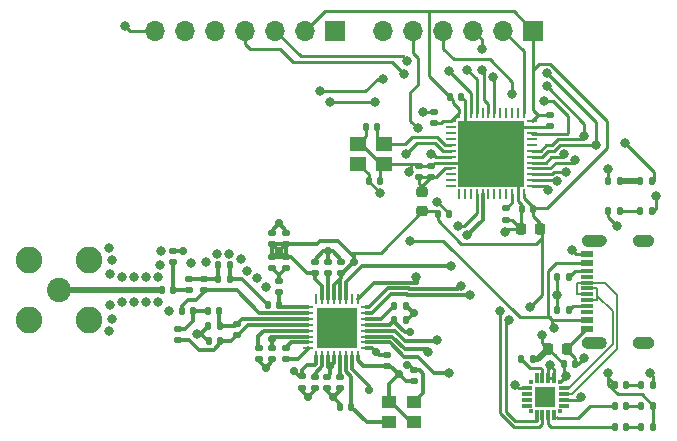
<source format=gbr>
%TF.GenerationSoftware,KiCad,Pcbnew,(6.0.6)*%
%TF.CreationDate,2024-06-26T22:32:40-07:00*%
%TF.ProjectId,rocketBeaconModule,726f636b-6574-4426-9561-636f6e4d6f64,rev?*%
%TF.SameCoordinates,Original*%
%TF.FileFunction,Copper,L1,Top*%
%TF.FilePolarity,Positive*%
%FSLAX46Y46*%
G04 Gerber Fmt 4.6, Leading zero omitted, Abs format (unit mm)*
G04 Created by KiCad (PCBNEW (6.0.6)) date 2024-06-26 22:32:40*
%MOMM*%
%LPD*%
G01*
G04 APERTURE LIST*
G04 Aperture macros list*
%AMRoundRect*
0 Rectangle with rounded corners*
0 $1 Rounding radius*
0 $2 $3 $4 $5 $6 $7 $8 $9 X,Y pos of 4 corners*
0 Add a 4 corners polygon primitive as box body*
4,1,4,$2,$3,$4,$5,$6,$7,$8,$9,$2,$3,0*
0 Add four circle primitives for the rounded corners*
1,1,$1+$1,$2,$3*
1,1,$1+$1,$4,$5*
1,1,$1+$1,$6,$7*
1,1,$1+$1,$8,$9*
0 Add four rect primitives between the rounded corners*
20,1,$1+$1,$2,$3,$4,$5,0*
20,1,$1+$1,$4,$5,$6,$7,0*
20,1,$1+$1,$6,$7,$8,$9,0*
20,1,$1+$1,$8,$9,$2,$3,0*%
G04 Aperture macros list end*
%TA.AperFunction,EtchedComponent*%
%ADD10C,0.010000*%
%TD*%
%TA.AperFunction,SMDPad,CuDef*%
%ADD11RoundRect,0.140000X-0.170000X0.140000X-0.170000X-0.140000X0.170000X-0.140000X0.170000X0.140000X0*%
%TD*%
%TA.AperFunction,ComponentPad*%
%ADD12C,2.050000*%
%TD*%
%TA.AperFunction,ComponentPad*%
%ADD13C,2.250000*%
%TD*%
%TA.AperFunction,SMDPad,CuDef*%
%ADD14R,0.350000X0.350000*%
%TD*%
%TA.AperFunction,SMDPad,CuDef*%
%ADD15R,0.900000X0.300000*%
%TD*%
%TA.AperFunction,SMDPad,CuDef*%
%ADD16R,0.300000X0.900000*%
%TD*%
%TA.AperFunction,SMDPad,CuDef*%
%ADD17R,1.800000X1.800000*%
%TD*%
%TA.AperFunction,SMDPad,CuDef*%
%ADD18RoundRect,0.140000X0.170000X-0.140000X0.170000X0.140000X-0.170000X0.140000X-0.170000X-0.140000X0*%
%TD*%
%TA.AperFunction,SMDPad,CuDef*%
%ADD19RoundRect,0.062500X-0.375000X-0.062500X0.375000X-0.062500X0.375000X0.062500X-0.375000X0.062500X0*%
%TD*%
%TA.AperFunction,SMDPad,CuDef*%
%ADD20RoundRect,0.062500X-0.062500X-0.375000X0.062500X-0.375000X0.062500X0.375000X-0.062500X0.375000X0*%
%TD*%
%TA.AperFunction,SMDPad,CuDef*%
%ADD21R,5.600000X5.600000*%
%TD*%
%TA.AperFunction,SMDPad,CuDef*%
%ADD22RoundRect,0.147500X-0.147500X-0.172500X0.147500X-0.172500X0.147500X0.172500X-0.147500X0.172500X0*%
%TD*%
%TA.AperFunction,SMDPad,CuDef*%
%ADD23RoundRect,0.140000X-0.140000X-0.170000X0.140000X-0.170000X0.140000X0.170000X-0.140000X0.170000X0*%
%TD*%
%TA.AperFunction,SMDPad,CuDef*%
%ADD24RoundRect,0.140000X0.140000X0.170000X-0.140000X0.170000X-0.140000X-0.170000X0.140000X-0.170000X0*%
%TD*%
%TA.AperFunction,SMDPad,CuDef*%
%ADD25RoundRect,0.135000X0.135000X0.185000X-0.135000X0.185000X-0.135000X-0.185000X0.135000X-0.185000X0*%
%TD*%
%TA.AperFunction,SMDPad,CuDef*%
%ADD26RoundRect,0.218750X-0.256250X0.218750X-0.256250X-0.218750X0.256250X-0.218750X0.256250X0.218750X0*%
%TD*%
%TA.AperFunction,SMDPad,CuDef*%
%ADD27RoundRect,0.062500X0.375000X0.062500X-0.375000X0.062500X-0.375000X-0.062500X0.375000X-0.062500X0*%
%TD*%
%TA.AperFunction,SMDPad,CuDef*%
%ADD28RoundRect,0.062500X0.062500X0.375000X-0.062500X0.375000X-0.062500X-0.375000X0.062500X-0.375000X0*%
%TD*%
%TA.AperFunction,SMDPad,CuDef*%
%ADD29R,3.450000X3.450000*%
%TD*%
%TA.AperFunction,SMDPad,CuDef*%
%ADD30RoundRect,0.135000X-0.135000X-0.185000X0.135000X-0.185000X0.135000X0.185000X-0.135000X0.185000X0*%
%TD*%
%TA.AperFunction,ComponentPad*%
%ADD31R,1.700000X1.700000*%
%TD*%
%TA.AperFunction,ComponentPad*%
%ADD32O,1.700000X1.700000*%
%TD*%
%TA.AperFunction,SMDPad,CuDef*%
%ADD33R,1.400000X1.200000*%
%TD*%
%TA.AperFunction,SMDPad,CuDef*%
%ADD34R,1.300000X1.100000*%
%TD*%
%TA.AperFunction,SMDPad,CuDef*%
%ADD35RoundRect,0.147500X0.147500X0.172500X-0.147500X0.172500X-0.147500X-0.172500X0.147500X-0.172500X0*%
%TD*%
%TA.AperFunction,SMDPad,CuDef*%
%ADD36R,1.140000X0.600000*%
%TD*%
%TA.AperFunction,SMDPad,CuDef*%
%ADD37R,1.140000X0.300000*%
%TD*%
%TA.AperFunction,ComponentPad*%
%ADD38C,0.900000*%
%TD*%
%TA.AperFunction,SMDPad,CuDef*%
%ADD39RoundRect,0.225000X-0.225000X-0.250000X0.225000X-0.250000X0.225000X0.250000X-0.225000X0.250000X0*%
%TD*%
%TA.AperFunction,SMDPad,CuDef*%
%ADD40RoundRect,0.225000X0.225000X0.250000X-0.225000X0.250000X-0.225000X-0.250000X0.225000X-0.250000X0*%
%TD*%
%TA.AperFunction,ViaPad*%
%ADD41C,0.800000*%
%TD*%
%TA.AperFunction,ViaPad*%
%ADD42C,0.700000*%
%TD*%
%TA.AperFunction,Conductor*%
%ADD43C,0.250000*%
%TD*%
%TA.AperFunction,Conductor*%
%ADD44C,0.300000*%
%TD*%
%TA.AperFunction,Conductor*%
%ADD45C,0.500000*%
%TD*%
%TA.AperFunction,Conductor*%
%ADD46C,0.200000*%
%TD*%
G04 APERTURE END LIST*
%TO.C,J1*%
G36*
X224888500Y-95034000D02*
G01*
X224911500Y-95035000D01*
X224934500Y-95039000D01*
X224958500Y-95043000D01*
X224980500Y-95048000D01*
X225003500Y-95055000D01*
X225025500Y-95063000D01*
X225047500Y-95072000D01*
X225068500Y-95082000D01*
X225089500Y-95093000D01*
X225129500Y-95119000D01*
X225147500Y-95133000D01*
X225165500Y-95149000D01*
X225182500Y-95165000D01*
X225198500Y-95182000D01*
X225214500Y-95200000D01*
X225228500Y-95218000D01*
X225254500Y-95258000D01*
X225265500Y-95279000D01*
X225275500Y-95300000D01*
X225284500Y-95322000D01*
X225292500Y-95344000D01*
X225299500Y-95367000D01*
X225304500Y-95389000D01*
X225308500Y-95413000D01*
X225312500Y-95436000D01*
X225313500Y-95459000D01*
X225314500Y-95483000D01*
X225313500Y-95507000D01*
X225312500Y-95530000D01*
X225308500Y-95553000D01*
X225304500Y-95577000D01*
X225299500Y-95599000D01*
X225292500Y-95622000D01*
X225284500Y-95644000D01*
X225275500Y-95666000D01*
X225265500Y-95687000D01*
X225254500Y-95708000D01*
X225228500Y-95748000D01*
X225214500Y-95766000D01*
X225198500Y-95784000D01*
X225182500Y-95801000D01*
X225165500Y-95817000D01*
X225147500Y-95833000D01*
X225129500Y-95847000D01*
X225089500Y-95873000D01*
X225068500Y-95884000D01*
X225047500Y-95894000D01*
X225025500Y-95903000D01*
X225003500Y-95911000D01*
X224980500Y-95918000D01*
X224958500Y-95923000D01*
X224934500Y-95927000D01*
X224911500Y-95931000D01*
X224888500Y-95932000D01*
X224864500Y-95933000D01*
X223764500Y-95933000D01*
X223740500Y-95932000D01*
X223717500Y-95931000D01*
X223694500Y-95927000D01*
X223670500Y-95923000D01*
X223648500Y-95918000D01*
X223625500Y-95911000D01*
X223603500Y-95903000D01*
X223581500Y-95894000D01*
X223560500Y-95884000D01*
X223539500Y-95873000D01*
X223499500Y-95847000D01*
X223481500Y-95833000D01*
X223463500Y-95817000D01*
X223446500Y-95801000D01*
X223430500Y-95784000D01*
X223414500Y-95766000D01*
X223400500Y-95748000D01*
X223374500Y-95708000D01*
X223363500Y-95687000D01*
X223353500Y-95666000D01*
X223344500Y-95644000D01*
X223336500Y-95622000D01*
X223329500Y-95599000D01*
X223324500Y-95577000D01*
X223320500Y-95553000D01*
X223316500Y-95530000D01*
X223315500Y-95507000D01*
X223314500Y-95483000D01*
X223315500Y-95459000D01*
X223316500Y-95436000D01*
X223320500Y-95413000D01*
X223324500Y-95389000D01*
X223329500Y-95367000D01*
X223336500Y-95344000D01*
X223344500Y-95322000D01*
X223353500Y-95300000D01*
X223363500Y-95279000D01*
X223374500Y-95258000D01*
X223400500Y-95218000D01*
X223414500Y-95200000D01*
X223430500Y-95182000D01*
X223446500Y-95165000D01*
X223463500Y-95149000D01*
X223481500Y-95133000D01*
X223499500Y-95119000D01*
X223539500Y-95093000D01*
X223560500Y-95082000D01*
X223581500Y-95072000D01*
X223603500Y-95063000D01*
X223625500Y-95055000D01*
X223648500Y-95048000D01*
X223670500Y-95043000D01*
X223694500Y-95039000D01*
X223717500Y-95035000D01*
X223740500Y-95034000D01*
X223764500Y-95033000D01*
X224864500Y-95033000D01*
X224888500Y-95034000D01*
G37*
D10*
X224888500Y-95034000D02*
X224911500Y-95035000D01*
X224934500Y-95039000D01*
X224958500Y-95043000D01*
X224980500Y-95048000D01*
X225003500Y-95055000D01*
X225025500Y-95063000D01*
X225047500Y-95072000D01*
X225068500Y-95082000D01*
X225089500Y-95093000D01*
X225129500Y-95119000D01*
X225147500Y-95133000D01*
X225165500Y-95149000D01*
X225182500Y-95165000D01*
X225198500Y-95182000D01*
X225214500Y-95200000D01*
X225228500Y-95218000D01*
X225254500Y-95258000D01*
X225265500Y-95279000D01*
X225275500Y-95300000D01*
X225284500Y-95322000D01*
X225292500Y-95344000D01*
X225299500Y-95367000D01*
X225304500Y-95389000D01*
X225308500Y-95413000D01*
X225312500Y-95436000D01*
X225313500Y-95459000D01*
X225314500Y-95483000D01*
X225313500Y-95507000D01*
X225312500Y-95530000D01*
X225308500Y-95553000D01*
X225304500Y-95577000D01*
X225299500Y-95599000D01*
X225292500Y-95622000D01*
X225284500Y-95644000D01*
X225275500Y-95666000D01*
X225265500Y-95687000D01*
X225254500Y-95708000D01*
X225228500Y-95748000D01*
X225214500Y-95766000D01*
X225198500Y-95784000D01*
X225182500Y-95801000D01*
X225165500Y-95817000D01*
X225147500Y-95833000D01*
X225129500Y-95847000D01*
X225089500Y-95873000D01*
X225068500Y-95884000D01*
X225047500Y-95894000D01*
X225025500Y-95903000D01*
X225003500Y-95911000D01*
X224980500Y-95918000D01*
X224958500Y-95923000D01*
X224934500Y-95927000D01*
X224911500Y-95931000D01*
X224888500Y-95932000D01*
X224864500Y-95933000D01*
X223764500Y-95933000D01*
X223740500Y-95932000D01*
X223717500Y-95931000D01*
X223694500Y-95927000D01*
X223670500Y-95923000D01*
X223648500Y-95918000D01*
X223625500Y-95911000D01*
X223603500Y-95903000D01*
X223581500Y-95894000D01*
X223560500Y-95884000D01*
X223539500Y-95873000D01*
X223499500Y-95847000D01*
X223481500Y-95833000D01*
X223463500Y-95817000D01*
X223446500Y-95801000D01*
X223430500Y-95784000D01*
X223414500Y-95766000D01*
X223400500Y-95748000D01*
X223374500Y-95708000D01*
X223363500Y-95687000D01*
X223353500Y-95666000D01*
X223344500Y-95644000D01*
X223336500Y-95622000D01*
X223329500Y-95599000D01*
X223324500Y-95577000D01*
X223320500Y-95553000D01*
X223316500Y-95530000D01*
X223315500Y-95507000D01*
X223314500Y-95483000D01*
X223315500Y-95459000D01*
X223316500Y-95436000D01*
X223320500Y-95413000D01*
X223324500Y-95389000D01*
X223329500Y-95367000D01*
X223336500Y-95344000D01*
X223344500Y-95322000D01*
X223353500Y-95300000D01*
X223363500Y-95279000D01*
X223374500Y-95258000D01*
X223400500Y-95218000D01*
X223414500Y-95200000D01*
X223430500Y-95182000D01*
X223446500Y-95165000D01*
X223463500Y-95149000D01*
X223481500Y-95133000D01*
X223499500Y-95119000D01*
X223539500Y-95093000D01*
X223560500Y-95082000D01*
X223581500Y-95072000D01*
X223603500Y-95063000D01*
X223625500Y-95055000D01*
X223648500Y-95048000D01*
X223670500Y-95043000D01*
X223694500Y-95039000D01*
X223717500Y-95035000D01*
X223740500Y-95034000D01*
X223764500Y-95033000D01*
X224864500Y-95033000D01*
X224888500Y-95034000D01*
G36*
X224888500Y-86384000D02*
G01*
X224911500Y-86385000D01*
X224934500Y-86389000D01*
X224958500Y-86393000D01*
X224980500Y-86398000D01*
X225003500Y-86405000D01*
X225025500Y-86413000D01*
X225047500Y-86422000D01*
X225068500Y-86432000D01*
X225089500Y-86443000D01*
X225129500Y-86469000D01*
X225147500Y-86483000D01*
X225165500Y-86499000D01*
X225182500Y-86515000D01*
X225198500Y-86532000D01*
X225214500Y-86550000D01*
X225228500Y-86568000D01*
X225254500Y-86608000D01*
X225265500Y-86629000D01*
X225275500Y-86650000D01*
X225284500Y-86672000D01*
X225292500Y-86694000D01*
X225299500Y-86717000D01*
X225304500Y-86739000D01*
X225308500Y-86763000D01*
X225312500Y-86786000D01*
X225313500Y-86809000D01*
X225314500Y-86833000D01*
X225313500Y-86857000D01*
X225312500Y-86880000D01*
X225308500Y-86903000D01*
X225304500Y-86927000D01*
X225299500Y-86949000D01*
X225292500Y-86972000D01*
X225284500Y-86994000D01*
X225275500Y-87016000D01*
X225265500Y-87037000D01*
X225254500Y-87058000D01*
X225228500Y-87098000D01*
X225214500Y-87116000D01*
X225198500Y-87134000D01*
X225182500Y-87151000D01*
X225165500Y-87167000D01*
X225147500Y-87183000D01*
X225129500Y-87197000D01*
X225089500Y-87223000D01*
X225068500Y-87234000D01*
X225047500Y-87244000D01*
X225025500Y-87253000D01*
X225003500Y-87261000D01*
X224980500Y-87268000D01*
X224958500Y-87273000D01*
X224934500Y-87277000D01*
X224911500Y-87281000D01*
X224888500Y-87282000D01*
X224864500Y-87283000D01*
X223764500Y-87283000D01*
X223740500Y-87282000D01*
X223717500Y-87281000D01*
X223694500Y-87277000D01*
X223670500Y-87273000D01*
X223648500Y-87268000D01*
X223625500Y-87261000D01*
X223603500Y-87253000D01*
X223581500Y-87244000D01*
X223560500Y-87234000D01*
X223539500Y-87223000D01*
X223499500Y-87197000D01*
X223481500Y-87183000D01*
X223463500Y-87167000D01*
X223446500Y-87151000D01*
X223430500Y-87134000D01*
X223414500Y-87116000D01*
X223400500Y-87098000D01*
X223374500Y-87058000D01*
X223363500Y-87037000D01*
X223353500Y-87016000D01*
X223344500Y-86994000D01*
X223336500Y-86972000D01*
X223329500Y-86949000D01*
X223324500Y-86927000D01*
X223320500Y-86903000D01*
X223316500Y-86880000D01*
X223315500Y-86857000D01*
X223314500Y-86833000D01*
X223315500Y-86809000D01*
X223316500Y-86786000D01*
X223320500Y-86763000D01*
X223324500Y-86739000D01*
X223329500Y-86717000D01*
X223336500Y-86694000D01*
X223344500Y-86672000D01*
X223353500Y-86650000D01*
X223363500Y-86629000D01*
X223374500Y-86608000D01*
X223400500Y-86568000D01*
X223414500Y-86550000D01*
X223430500Y-86532000D01*
X223446500Y-86515000D01*
X223463500Y-86499000D01*
X223481500Y-86483000D01*
X223499500Y-86469000D01*
X223539500Y-86443000D01*
X223560500Y-86432000D01*
X223581500Y-86422000D01*
X223603500Y-86413000D01*
X223625500Y-86405000D01*
X223648500Y-86398000D01*
X223670500Y-86393000D01*
X223694500Y-86389000D01*
X223717500Y-86385000D01*
X223740500Y-86384000D01*
X223764500Y-86383000D01*
X224864500Y-86383000D01*
X224888500Y-86384000D01*
G37*
X224888500Y-86384000D02*
X224911500Y-86385000D01*
X224934500Y-86389000D01*
X224958500Y-86393000D01*
X224980500Y-86398000D01*
X225003500Y-86405000D01*
X225025500Y-86413000D01*
X225047500Y-86422000D01*
X225068500Y-86432000D01*
X225089500Y-86443000D01*
X225129500Y-86469000D01*
X225147500Y-86483000D01*
X225165500Y-86499000D01*
X225182500Y-86515000D01*
X225198500Y-86532000D01*
X225214500Y-86550000D01*
X225228500Y-86568000D01*
X225254500Y-86608000D01*
X225265500Y-86629000D01*
X225275500Y-86650000D01*
X225284500Y-86672000D01*
X225292500Y-86694000D01*
X225299500Y-86717000D01*
X225304500Y-86739000D01*
X225308500Y-86763000D01*
X225312500Y-86786000D01*
X225313500Y-86809000D01*
X225314500Y-86833000D01*
X225313500Y-86857000D01*
X225312500Y-86880000D01*
X225308500Y-86903000D01*
X225304500Y-86927000D01*
X225299500Y-86949000D01*
X225292500Y-86972000D01*
X225284500Y-86994000D01*
X225275500Y-87016000D01*
X225265500Y-87037000D01*
X225254500Y-87058000D01*
X225228500Y-87098000D01*
X225214500Y-87116000D01*
X225198500Y-87134000D01*
X225182500Y-87151000D01*
X225165500Y-87167000D01*
X225147500Y-87183000D01*
X225129500Y-87197000D01*
X225089500Y-87223000D01*
X225068500Y-87234000D01*
X225047500Y-87244000D01*
X225025500Y-87253000D01*
X225003500Y-87261000D01*
X224980500Y-87268000D01*
X224958500Y-87273000D01*
X224934500Y-87277000D01*
X224911500Y-87281000D01*
X224888500Y-87282000D01*
X224864500Y-87283000D01*
X223764500Y-87283000D01*
X223740500Y-87282000D01*
X223717500Y-87281000D01*
X223694500Y-87277000D01*
X223670500Y-87273000D01*
X223648500Y-87268000D01*
X223625500Y-87261000D01*
X223603500Y-87253000D01*
X223581500Y-87244000D01*
X223560500Y-87234000D01*
X223539500Y-87223000D01*
X223499500Y-87197000D01*
X223481500Y-87183000D01*
X223463500Y-87167000D01*
X223446500Y-87151000D01*
X223430500Y-87134000D01*
X223414500Y-87116000D01*
X223400500Y-87098000D01*
X223374500Y-87058000D01*
X223363500Y-87037000D01*
X223353500Y-87016000D01*
X223344500Y-86994000D01*
X223336500Y-86972000D01*
X223329500Y-86949000D01*
X223324500Y-86927000D01*
X223320500Y-86903000D01*
X223316500Y-86880000D01*
X223315500Y-86857000D01*
X223314500Y-86833000D01*
X223315500Y-86809000D01*
X223316500Y-86786000D01*
X223320500Y-86763000D01*
X223324500Y-86739000D01*
X223329500Y-86717000D01*
X223336500Y-86694000D01*
X223344500Y-86672000D01*
X223353500Y-86650000D01*
X223363500Y-86629000D01*
X223374500Y-86608000D01*
X223400500Y-86568000D01*
X223414500Y-86550000D01*
X223430500Y-86532000D01*
X223446500Y-86515000D01*
X223463500Y-86499000D01*
X223481500Y-86483000D01*
X223499500Y-86469000D01*
X223539500Y-86443000D01*
X223560500Y-86432000D01*
X223581500Y-86422000D01*
X223603500Y-86413000D01*
X223625500Y-86405000D01*
X223648500Y-86398000D01*
X223670500Y-86393000D01*
X223694500Y-86389000D01*
X223717500Y-86385000D01*
X223740500Y-86384000D01*
X223764500Y-86383000D01*
X224864500Y-86383000D01*
X224888500Y-86384000D01*
G36*
X228908500Y-95034000D02*
G01*
X228931500Y-95035000D01*
X228954500Y-95039000D01*
X228978500Y-95043000D01*
X229000500Y-95048000D01*
X229023500Y-95055000D01*
X229045500Y-95063000D01*
X229067500Y-95072000D01*
X229088500Y-95082000D01*
X229109500Y-95093000D01*
X229149500Y-95119000D01*
X229167500Y-95133000D01*
X229185500Y-95149000D01*
X229202500Y-95165000D01*
X229218500Y-95182000D01*
X229234500Y-95200000D01*
X229248500Y-95218000D01*
X229274500Y-95258000D01*
X229285500Y-95279000D01*
X229295500Y-95300000D01*
X229304500Y-95322000D01*
X229312500Y-95344000D01*
X229319500Y-95367000D01*
X229324500Y-95389000D01*
X229328500Y-95413000D01*
X229332500Y-95436000D01*
X229333500Y-95459000D01*
X229334500Y-95483000D01*
X229333500Y-95507000D01*
X229332500Y-95530000D01*
X229328500Y-95553000D01*
X229324500Y-95577000D01*
X229319500Y-95599000D01*
X229312500Y-95622000D01*
X229304500Y-95644000D01*
X229295500Y-95666000D01*
X229285500Y-95687000D01*
X229274500Y-95708000D01*
X229248500Y-95748000D01*
X229234500Y-95766000D01*
X229218500Y-95784000D01*
X229202500Y-95801000D01*
X229185500Y-95817000D01*
X229167500Y-95833000D01*
X229149500Y-95847000D01*
X229109500Y-95873000D01*
X229088500Y-95884000D01*
X229067500Y-95894000D01*
X229045500Y-95903000D01*
X229023500Y-95911000D01*
X229000500Y-95918000D01*
X228978500Y-95923000D01*
X228954500Y-95927000D01*
X228931500Y-95931000D01*
X228908500Y-95932000D01*
X228884500Y-95933000D01*
X228084500Y-95933000D01*
X228060500Y-95932000D01*
X228037500Y-95931000D01*
X228014500Y-95927000D01*
X227990500Y-95923000D01*
X227968500Y-95918000D01*
X227945500Y-95911000D01*
X227923500Y-95903000D01*
X227901500Y-95894000D01*
X227880500Y-95884000D01*
X227859500Y-95873000D01*
X227819500Y-95847000D01*
X227801500Y-95833000D01*
X227783500Y-95817000D01*
X227766500Y-95801000D01*
X227750500Y-95784000D01*
X227734500Y-95766000D01*
X227720500Y-95748000D01*
X227694500Y-95708000D01*
X227683500Y-95687000D01*
X227673500Y-95666000D01*
X227664500Y-95644000D01*
X227656500Y-95622000D01*
X227649500Y-95599000D01*
X227644500Y-95577000D01*
X227640500Y-95553000D01*
X227636500Y-95530000D01*
X227635500Y-95507000D01*
X227634500Y-95483000D01*
X227635500Y-95459000D01*
X227636500Y-95436000D01*
X227640500Y-95413000D01*
X227644500Y-95389000D01*
X227649500Y-95367000D01*
X227656500Y-95344000D01*
X227664500Y-95322000D01*
X227673500Y-95300000D01*
X227683500Y-95279000D01*
X227694500Y-95258000D01*
X227720500Y-95218000D01*
X227734500Y-95200000D01*
X227750500Y-95182000D01*
X227766500Y-95165000D01*
X227783500Y-95149000D01*
X227801500Y-95133000D01*
X227819500Y-95119000D01*
X227859500Y-95093000D01*
X227880500Y-95082000D01*
X227901500Y-95072000D01*
X227923500Y-95063000D01*
X227945500Y-95055000D01*
X227968500Y-95048000D01*
X227990500Y-95043000D01*
X228014500Y-95039000D01*
X228037500Y-95035000D01*
X228060500Y-95034000D01*
X228084500Y-95033000D01*
X228884500Y-95033000D01*
X228908500Y-95034000D01*
G37*
X228908500Y-95034000D02*
X228931500Y-95035000D01*
X228954500Y-95039000D01*
X228978500Y-95043000D01*
X229000500Y-95048000D01*
X229023500Y-95055000D01*
X229045500Y-95063000D01*
X229067500Y-95072000D01*
X229088500Y-95082000D01*
X229109500Y-95093000D01*
X229149500Y-95119000D01*
X229167500Y-95133000D01*
X229185500Y-95149000D01*
X229202500Y-95165000D01*
X229218500Y-95182000D01*
X229234500Y-95200000D01*
X229248500Y-95218000D01*
X229274500Y-95258000D01*
X229285500Y-95279000D01*
X229295500Y-95300000D01*
X229304500Y-95322000D01*
X229312500Y-95344000D01*
X229319500Y-95367000D01*
X229324500Y-95389000D01*
X229328500Y-95413000D01*
X229332500Y-95436000D01*
X229333500Y-95459000D01*
X229334500Y-95483000D01*
X229333500Y-95507000D01*
X229332500Y-95530000D01*
X229328500Y-95553000D01*
X229324500Y-95577000D01*
X229319500Y-95599000D01*
X229312500Y-95622000D01*
X229304500Y-95644000D01*
X229295500Y-95666000D01*
X229285500Y-95687000D01*
X229274500Y-95708000D01*
X229248500Y-95748000D01*
X229234500Y-95766000D01*
X229218500Y-95784000D01*
X229202500Y-95801000D01*
X229185500Y-95817000D01*
X229167500Y-95833000D01*
X229149500Y-95847000D01*
X229109500Y-95873000D01*
X229088500Y-95884000D01*
X229067500Y-95894000D01*
X229045500Y-95903000D01*
X229023500Y-95911000D01*
X229000500Y-95918000D01*
X228978500Y-95923000D01*
X228954500Y-95927000D01*
X228931500Y-95931000D01*
X228908500Y-95932000D01*
X228884500Y-95933000D01*
X228084500Y-95933000D01*
X228060500Y-95932000D01*
X228037500Y-95931000D01*
X228014500Y-95927000D01*
X227990500Y-95923000D01*
X227968500Y-95918000D01*
X227945500Y-95911000D01*
X227923500Y-95903000D01*
X227901500Y-95894000D01*
X227880500Y-95884000D01*
X227859500Y-95873000D01*
X227819500Y-95847000D01*
X227801500Y-95833000D01*
X227783500Y-95817000D01*
X227766500Y-95801000D01*
X227750500Y-95784000D01*
X227734500Y-95766000D01*
X227720500Y-95748000D01*
X227694500Y-95708000D01*
X227683500Y-95687000D01*
X227673500Y-95666000D01*
X227664500Y-95644000D01*
X227656500Y-95622000D01*
X227649500Y-95599000D01*
X227644500Y-95577000D01*
X227640500Y-95553000D01*
X227636500Y-95530000D01*
X227635500Y-95507000D01*
X227634500Y-95483000D01*
X227635500Y-95459000D01*
X227636500Y-95436000D01*
X227640500Y-95413000D01*
X227644500Y-95389000D01*
X227649500Y-95367000D01*
X227656500Y-95344000D01*
X227664500Y-95322000D01*
X227673500Y-95300000D01*
X227683500Y-95279000D01*
X227694500Y-95258000D01*
X227720500Y-95218000D01*
X227734500Y-95200000D01*
X227750500Y-95182000D01*
X227766500Y-95165000D01*
X227783500Y-95149000D01*
X227801500Y-95133000D01*
X227819500Y-95119000D01*
X227859500Y-95093000D01*
X227880500Y-95082000D01*
X227901500Y-95072000D01*
X227923500Y-95063000D01*
X227945500Y-95055000D01*
X227968500Y-95048000D01*
X227990500Y-95043000D01*
X228014500Y-95039000D01*
X228037500Y-95035000D01*
X228060500Y-95034000D01*
X228084500Y-95033000D01*
X228884500Y-95033000D01*
X228908500Y-95034000D01*
G36*
X228908500Y-86384000D02*
G01*
X228931500Y-86385000D01*
X228954500Y-86389000D01*
X228978500Y-86393000D01*
X229000500Y-86398000D01*
X229023500Y-86405000D01*
X229045500Y-86413000D01*
X229067500Y-86422000D01*
X229088500Y-86432000D01*
X229109500Y-86443000D01*
X229149500Y-86469000D01*
X229167500Y-86483000D01*
X229185500Y-86499000D01*
X229202500Y-86515000D01*
X229218500Y-86532000D01*
X229234500Y-86550000D01*
X229248500Y-86568000D01*
X229274500Y-86608000D01*
X229285500Y-86629000D01*
X229295500Y-86650000D01*
X229304500Y-86672000D01*
X229312500Y-86694000D01*
X229319500Y-86717000D01*
X229324500Y-86739000D01*
X229328500Y-86763000D01*
X229332500Y-86786000D01*
X229333500Y-86809000D01*
X229334500Y-86833000D01*
X229333500Y-86857000D01*
X229332500Y-86880000D01*
X229328500Y-86903000D01*
X229324500Y-86927000D01*
X229319500Y-86949000D01*
X229312500Y-86972000D01*
X229304500Y-86994000D01*
X229295500Y-87016000D01*
X229285500Y-87037000D01*
X229274500Y-87058000D01*
X229248500Y-87098000D01*
X229234500Y-87116000D01*
X229218500Y-87134000D01*
X229202500Y-87151000D01*
X229185500Y-87167000D01*
X229167500Y-87183000D01*
X229149500Y-87197000D01*
X229109500Y-87223000D01*
X229088500Y-87234000D01*
X229067500Y-87244000D01*
X229045500Y-87253000D01*
X229023500Y-87261000D01*
X229000500Y-87268000D01*
X228978500Y-87273000D01*
X228954500Y-87277000D01*
X228931500Y-87281000D01*
X228908500Y-87282000D01*
X228884500Y-87283000D01*
X228084500Y-87283000D01*
X228060500Y-87282000D01*
X228037500Y-87281000D01*
X228014500Y-87277000D01*
X227990500Y-87273000D01*
X227968500Y-87268000D01*
X227945500Y-87261000D01*
X227923500Y-87253000D01*
X227901500Y-87244000D01*
X227880500Y-87234000D01*
X227859500Y-87223000D01*
X227819500Y-87197000D01*
X227801500Y-87183000D01*
X227783500Y-87167000D01*
X227766500Y-87151000D01*
X227750500Y-87134000D01*
X227734500Y-87116000D01*
X227720500Y-87098000D01*
X227694500Y-87058000D01*
X227683500Y-87037000D01*
X227673500Y-87016000D01*
X227664500Y-86994000D01*
X227656500Y-86972000D01*
X227649500Y-86949000D01*
X227644500Y-86927000D01*
X227640500Y-86903000D01*
X227636500Y-86880000D01*
X227635500Y-86857000D01*
X227634500Y-86833000D01*
X227635500Y-86809000D01*
X227636500Y-86786000D01*
X227640500Y-86763000D01*
X227644500Y-86739000D01*
X227649500Y-86717000D01*
X227656500Y-86694000D01*
X227664500Y-86672000D01*
X227673500Y-86650000D01*
X227683500Y-86629000D01*
X227694500Y-86608000D01*
X227720500Y-86568000D01*
X227734500Y-86550000D01*
X227750500Y-86532000D01*
X227766500Y-86515000D01*
X227783500Y-86499000D01*
X227801500Y-86483000D01*
X227819500Y-86469000D01*
X227859500Y-86443000D01*
X227880500Y-86432000D01*
X227901500Y-86422000D01*
X227923500Y-86413000D01*
X227945500Y-86405000D01*
X227968500Y-86398000D01*
X227990500Y-86393000D01*
X228014500Y-86389000D01*
X228037500Y-86385000D01*
X228060500Y-86384000D01*
X228084500Y-86383000D01*
X228884500Y-86383000D01*
X228908500Y-86384000D01*
G37*
X228908500Y-86384000D02*
X228931500Y-86385000D01*
X228954500Y-86389000D01*
X228978500Y-86393000D01*
X229000500Y-86398000D01*
X229023500Y-86405000D01*
X229045500Y-86413000D01*
X229067500Y-86422000D01*
X229088500Y-86432000D01*
X229109500Y-86443000D01*
X229149500Y-86469000D01*
X229167500Y-86483000D01*
X229185500Y-86499000D01*
X229202500Y-86515000D01*
X229218500Y-86532000D01*
X229234500Y-86550000D01*
X229248500Y-86568000D01*
X229274500Y-86608000D01*
X229285500Y-86629000D01*
X229295500Y-86650000D01*
X229304500Y-86672000D01*
X229312500Y-86694000D01*
X229319500Y-86717000D01*
X229324500Y-86739000D01*
X229328500Y-86763000D01*
X229332500Y-86786000D01*
X229333500Y-86809000D01*
X229334500Y-86833000D01*
X229333500Y-86857000D01*
X229332500Y-86880000D01*
X229328500Y-86903000D01*
X229324500Y-86927000D01*
X229319500Y-86949000D01*
X229312500Y-86972000D01*
X229304500Y-86994000D01*
X229295500Y-87016000D01*
X229285500Y-87037000D01*
X229274500Y-87058000D01*
X229248500Y-87098000D01*
X229234500Y-87116000D01*
X229218500Y-87134000D01*
X229202500Y-87151000D01*
X229185500Y-87167000D01*
X229167500Y-87183000D01*
X229149500Y-87197000D01*
X229109500Y-87223000D01*
X229088500Y-87234000D01*
X229067500Y-87244000D01*
X229045500Y-87253000D01*
X229023500Y-87261000D01*
X229000500Y-87268000D01*
X228978500Y-87273000D01*
X228954500Y-87277000D01*
X228931500Y-87281000D01*
X228908500Y-87282000D01*
X228884500Y-87283000D01*
X228084500Y-87283000D01*
X228060500Y-87282000D01*
X228037500Y-87281000D01*
X228014500Y-87277000D01*
X227990500Y-87273000D01*
X227968500Y-87268000D01*
X227945500Y-87261000D01*
X227923500Y-87253000D01*
X227901500Y-87244000D01*
X227880500Y-87234000D01*
X227859500Y-87223000D01*
X227819500Y-87197000D01*
X227801500Y-87183000D01*
X227783500Y-87167000D01*
X227766500Y-87151000D01*
X227750500Y-87134000D01*
X227734500Y-87116000D01*
X227720500Y-87098000D01*
X227694500Y-87058000D01*
X227683500Y-87037000D01*
X227673500Y-87016000D01*
X227664500Y-86994000D01*
X227656500Y-86972000D01*
X227649500Y-86949000D01*
X227644500Y-86927000D01*
X227640500Y-86903000D01*
X227636500Y-86880000D01*
X227635500Y-86857000D01*
X227634500Y-86833000D01*
X227635500Y-86809000D01*
X227636500Y-86786000D01*
X227640500Y-86763000D01*
X227644500Y-86739000D01*
X227649500Y-86717000D01*
X227656500Y-86694000D01*
X227664500Y-86672000D01*
X227673500Y-86650000D01*
X227683500Y-86629000D01*
X227694500Y-86608000D01*
X227720500Y-86568000D01*
X227734500Y-86550000D01*
X227750500Y-86532000D01*
X227766500Y-86515000D01*
X227783500Y-86499000D01*
X227801500Y-86483000D01*
X227819500Y-86469000D01*
X227859500Y-86443000D01*
X227880500Y-86432000D01*
X227901500Y-86422000D01*
X227923500Y-86413000D01*
X227945500Y-86405000D01*
X227968500Y-86398000D01*
X227990500Y-86393000D01*
X228014500Y-86389000D01*
X228037500Y-86385000D01*
X228060500Y-86384000D01*
X228084500Y-86383000D01*
X228884500Y-86383000D01*
X228908500Y-86384000D01*
%TD*%
D11*
%TO.P,C18,1*%
%TO.N,+3.3V*%
X206822000Y-96504000D03*
%TO.P,C18,2*%
%TO.N,GND*%
X206822000Y-97464000D03*
%TD*%
D12*
%TO.P,P1,1,Pin_1*%
%TO.N,Net-(L8-Pad2)*%
X179072000Y-91059000D03*
D13*
%TO.P,P1,2*%
%TO.N,N/C*%
X176532000Y-93599000D03*
X176532000Y-88519000D03*
X181612000Y-88519000D03*
X181612000Y-93599000D03*
%TD*%
D14*
%TO.P,U2,1,RS485/GPIO.1*%
%TO.N,unconnected-(U2-Pad1)*%
X221468000Y-101326000D03*
D15*
%TO.P,U2,2,CLK/GPIO.0*%
%TO.N,unconnected-(U2-Pad2)*%
X221768000Y-100826000D03*
%TO.P,U2,3,GND*%
%TO.N,GND*%
X221768000Y-100326000D03*
%TO.P,U2,4,D+*%
%TO.N,/D+*%
X221768000Y-99826000D03*
%TO.P,U2,5,D-*%
%TO.N,/D-*%
X221768000Y-99326000D03*
D14*
%TO.P,U2,6,VDD*%
%TO.N,+3.3V*%
X221468000Y-98826000D03*
D16*
%TO.P,U2,7,VREGIN*%
%TO.N,VBUS*%
X220968000Y-98526000D03*
%TO.P,U2,8,VBUS*%
X220468000Y-98526000D03*
%TO.P,U2,9,~{RST}*%
%TO.N,Net-(R12-Pad2)*%
X219968000Y-98526000D03*
%TO.P,U2,10,NC*%
%TO.N,unconnected-(U2-Pad10)*%
X219468000Y-98526000D03*
D14*
%TO.P,U2,11,~{SUSPEND}*%
%TO.N,unconnected-(U2-Pad11)*%
X218968000Y-98826000D03*
D15*
%TO.P,U2,12,GND*%
%TO.N,GND*%
X218668000Y-99326000D03*
%TO.P,U2,13,~{WAKEUP}*%
%TO.N,unconnected-(U2-Pad13)*%
X218668000Y-99826000D03*
%TO.P,U2,14,SUSPEND*%
%TO.N,unconnected-(U2-Pad14)*%
X218668000Y-100326000D03*
%TO.P,U2,15,~{CTS}*%
%TO.N,unconnected-(U2-Pad15)*%
X218668000Y-100826000D03*
D14*
%TO.P,U2,16,~{RTS}*%
%TO.N,unconnected-(U2-Pad16)*%
X218968000Y-101326000D03*
D16*
%TO.P,U2,17,RXD*%
%TO.N,/TX*%
X219468000Y-101626000D03*
%TO.P,U2,18,TXD*%
%TO.N,/RX*%
X219968000Y-101626000D03*
%TO.P,U2,19,~{RXT}/GPIO.3*%
%TO.N,/RXT*%
X220468000Y-101626000D03*
%TO.P,U2,20,~{TXT}/GPIO.2*%
%TO.N,/TXT*%
X220968000Y-101626000D03*
D17*
%TO.P,U2,EXP*%
%TO.N,N/C*%
X220218000Y-100076000D03*
%TD*%
D18*
%TO.P,C26,1*%
%TO.N,Net-(C26-Pad1)*%
X198272000Y-89214000D03*
%TO.P,C26,2*%
%TO.N,+3.3V*%
X198272000Y-88254000D03*
%TD*%
D19*
%TO.P,U1,1,VBAT*%
%TO.N,+3.3V*%
X212208500Y-76752000D03*
%TO.P,U1,2,PC13*%
%TO.N,unconnected-(U1-Pad2)*%
X212208500Y-77252000D03*
%TO.P,U1,3,PC14*%
%TO.N,unconnected-(U1-Pad3)*%
X212208500Y-77752000D03*
%TO.P,U1,4,PC15*%
%TO.N,unconnected-(U1-Pad4)*%
X212208500Y-78252000D03*
%TO.P,U1,5,PH0*%
%TO.N,/OSC_IN*%
X212208500Y-78752000D03*
%TO.P,U1,6,PH1*%
%TO.N,/OSC_OUT*%
X212208500Y-79252000D03*
%TO.P,U1,7,NRST*%
%TO.N,/NRST*%
X212208500Y-79752000D03*
%TO.P,U1,8,VSSA*%
%TO.N,GND*%
X212208500Y-80252000D03*
%TO.P,U1,9,VREF+*%
%TO.N,+3.3VA*%
X212208500Y-80752000D03*
%TO.P,U1,10,PA0*%
%TO.N,unconnected-(U1-Pad10)*%
X212208500Y-81252000D03*
%TO.P,U1,11,PA1*%
%TO.N,unconnected-(U1-Pad11)*%
X212208500Y-81752000D03*
%TO.P,U1,12,PA2*%
%TO.N,unconnected-(U1-Pad12)*%
X212208500Y-82252000D03*
D20*
%TO.P,U1,13,PA3*%
%TO.N,unconnected-(U1-Pad13)*%
X212896000Y-82939500D03*
%TO.P,U1,14,PA4*%
%TO.N,unconnected-(U1-Pad14)*%
X213396000Y-82939500D03*
%TO.P,U1,15,PA5*%
%TO.N,unconnected-(U1-Pad15)*%
X213896000Y-82939500D03*
%TO.P,U1,16,PA6*%
%TO.N,RADIO_MARC_INT*%
X214396000Y-82939500D03*
%TO.P,U1,17,PA7*%
%TO.N,RADIO_INT*%
X214896000Y-82939500D03*
%TO.P,U1,18,PB0*%
%TO.N,unconnected-(U1-Pad18)*%
X215396000Y-82939500D03*
%TO.P,U1,19,PB1*%
%TO.N,unconnected-(U1-Pad19)*%
X215896000Y-82939500D03*
%TO.P,U1,20,PB2*%
%TO.N,unconnected-(U1-Pad20)*%
X216396000Y-82939500D03*
%TO.P,U1,21,PB10*%
%TO.N,unconnected-(U1-Pad21)*%
X216896000Y-82939500D03*
%TO.P,U1,22,VCAP1*%
%TO.N,Net-(C9-Pad1)*%
X217396000Y-82939500D03*
%TO.P,U1,23,VSS*%
%TO.N,GND*%
X217896000Y-82939500D03*
%TO.P,U1,24,VDD*%
%TO.N,+3.3V*%
X218396000Y-82939500D03*
D19*
%TO.P,U1,25,PB12*%
%TO.N,RADIO_CS*%
X219083500Y-82252000D03*
%TO.P,U1,26,PB13*%
%TO.N,SPI2_SCK*%
X219083500Y-81752000D03*
%TO.P,U1,27,PB14*%
%TO.N,SPI2_MISO*%
X219083500Y-81252000D03*
%TO.P,U1,28,PB15*%
%TO.N,SPI_MOSI*%
X219083500Y-80752000D03*
%TO.P,U1,29,PA8*%
%TO.N,RADIO_RESET*%
X219083500Y-80252000D03*
%TO.P,U1,30,PA9*%
%TO.N,/TX*%
X219083500Y-79752000D03*
%TO.P,U1,31,PA10*%
%TO.N,/RX*%
X219083500Y-79252000D03*
%TO.P,U1,32,PA11*%
%TO.N,unconnected-(U1-Pad32)*%
X219083500Y-78752000D03*
%TO.P,U1,33,PA12*%
%TO.N,unconnected-(U1-Pad33)*%
X219083500Y-78252000D03*
%TO.P,U1,34,PA13*%
%TO.N,/SWDIO*%
X219083500Y-77752000D03*
%TO.P,U1,35,VSS*%
%TO.N,GND*%
X219083500Y-77252000D03*
%TO.P,U1,36,VDD*%
%TO.N,+3.3V*%
X219083500Y-76752000D03*
D20*
%TO.P,U1,37,PA14*%
%TO.N,/SWCLK*%
X218396000Y-76064500D03*
%TO.P,U1,38,PA15*%
%TO.N,unconnected-(U1-Pad38)*%
X217896000Y-76064500D03*
%TO.P,U1,39,PB3*%
%TO.N,unconnected-(U1-Pad39)*%
X217396000Y-76064500D03*
%TO.P,U1,40,PB4*%
%TO.N,unconnected-(U1-Pad40)*%
X216896000Y-76064500D03*
%TO.P,U1,41,PB5*%
%TO.N,unconnected-(U1-Pad41)*%
X216396000Y-76064500D03*
%TO.P,U1,42,PB6*%
%TO.N,/LED2*%
X215896000Y-76064500D03*
%TO.P,U1,43,PB7*%
%TO.N,/LED1*%
X215396000Y-76064500D03*
%TO.P,U1,44,BOOT0*%
%TO.N,unconnected-(U1-Pad44)*%
X214896000Y-76064500D03*
%TO.P,U1,45,PB8*%
%TO.N,/S1*%
X214396000Y-76064500D03*
%TO.P,U1,46,PB9*%
%TO.N,/S2*%
X213896000Y-76064500D03*
%TO.P,U1,47,VSS*%
%TO.N,GND*%
X213396000Y-76064500D03*
%TO.P,U1,48,VDD*%
%TO.N,+3.3V*%
X212896000Y-76064500D03*
D21*
%TO.P,U1,49,VSS*%
%TO.N,GND*%
X215646000Y-79502000D03*
%TD*%
D22*
%TO.P,D4,1,K*%
%TO.N,/TXT*%
X226083000Y-100838000D03*
%TO.P,D4,2,A*%
%TO.N,Net-(D4-Pad2)*%
X227053000Y-100838000D03*
%TD*%
D18*
%TO.P,C29,1*%
%TO.N,GND*%
X199597000Y-99314000D03*
%TO.P,C29,2*%
%TO.N,+3.3V*%
X199597000Y-98354000D03*
%TD*%
D23*
%TO.P,C32,1*%
%TO.N,GND*%
X191717000Y-95384000D03*
%TO.P,C32,2*%
%TO.N,Net-(C32-Pad2)*%
X192677000Y-95384000D03*
%TD*%
D18*
%TO.P,C22,1*%
%TO.N,+3.3V*%
X197072000Y-87139000D03*
%TO.P,C22,2*%
%TO.N,GND*%
X197072000Y-86179000D03*
%TD*%
D23*
%TO.P,C6,1*%
%TO.N,/OSC_OUT*%
X205260000Y-81788000D03*
%TO.P,C6,2*%
%TO.N,GND*%
X206220000Y-81788000D03*
%TD*%
D22*
%TO.P,D2,1,K*%
%TO.N,Net-(D2-Pad1)*%
X228242000Y-84328000D03*
%TO.P,D2,2,A*%
%TO.N,/LED1*%
X229212000Y-84328000D03*
%TD*%
D11*
%TO.P,C21,1*%
%TO.N,Net-(C21-Pad1)*%
X198247000Y-95954000D03*
%TO.P,C21,2*%
%TO.N,Net-(C21-Pad2)*%
X198247000Y-96914000D03*
%TD*%
%TO.P,C9,1*%
%TO.N,Net-(C9-Pad1)*%
X216916000Y-84130000D03*
%TO.P,C9,2*%
%TO.N,GND*%
X216916000Y-85090000D03*
%TD*%
D24*
%TO.P,L5,1,1*%
%TO.N,Net-(C30-Pad1)*%
X193477000Y-90109000D03*
%TO.P,L5,2,2*%
%TO.N,Net-(C34-Pad1)*%
X192517000Y-90109000D03*
%TD*%
D18*
%TO.P,C19,1*%
%TO.N,+3.3V*%
X200697000Y-89614000D03*
%TO.P,C19,2*%
%TO.N,GND*%
X200697000Y-88654000D03*
%TD*%
D25*
%TO.P,R12,1*%
%TO.N,+3.3V*%
X219204000Y-96901000D03*
%TO.P,R12,2*%
%TO.N,Net-(R12-Pad2)*%
X218184000Y-96901000D03*
%TD*%
D18*
%TO.P,C23,1*%
%TO.N,GND*%
X200672000Y-99339000D03*
%TO.P,C23,2*%
%TO.N,Net-(C23-Pad2)*%
X200672000Y-98379000D03*
%TD*%
D22*
%TO.P,D5,1,K*%
%TO.N,/RXT*%
X226083000Y-102616000D03*
%TO.P,D5,2,A*%
%TO.N,Net-(D5-Pad2)*%
X227053000Y-102616000D03*
%TD*%
D18*
%TO.P,C7,1*%
%TO.N,+3.3V*%
X210820000Y-76934000D03*
%TO.P,C7,2*%
%TO.N,GND*%
X210820000Y-75974000D03*
%TD*%
D11*
%TO.P,L7,1,1*%
%TO.N,Net-(C34-Pad1)*%
X190072000Y-90079000D03*
%TO.P,L7,2,2*%
%TO.N,Net-(C37-Pad1)*%
X190072000Y-91039000D03*
%TD*%
D25*
%TO.P,R6,1*%
%TO.N,Net-(D2-Pad1)*%
X226570000Y-84328000D03*
%TO.P,R6,2*%
%TO.N,GND*%
X225550000Y-84328000D03*
%TD*%
D11*
%TO.P,C8,1*%
%TO.N,+3.3V*%
X220599000Y-76228000D03*
%TO.P,C8,2*%
%TO.N,GND*%
X220599000Y-77188000D03*
%TD*%
D23*
%TO.P,C15,1*%
%TO.N,+3.3V*%
X207417000Y-93609000D03*
%TO.P,C15,2*%
%TO.N,GND*%
X208377000Y-93609000D03*
%TD*%
D26*
%TO.P,FB1,1*%
%TO.N,+3.3VA*%
X209804000Y-82778500D03*
%TO.P,FB1,2*%
%TO.N,+3.3V*%
X209804000Y-84353500D03*
%TD*%
D23*
%TO.P,C5,1*%
%TO.N,+3.3V*%
X212118000Y-74676000D03*
%TO.P,C5,2*%
%TO.N,GND*%
X213078000Y-74676000D03*
%TD*%
D11*
%TO.P,C24,1*%
%TO.N,+3.3V*%
X197097000Y-95954000D03*
%TO.P,C24,2*%
%TO.N,GND*%
X197097000Y-96914000D03*
%TD*%
%TO.P,L2,1,1*%
%TO.N,Net-(C33-Pad2)*%
X194122000Y-93904000D03*
%TO.P,L2,2,2*%
%TO.N,Net-(C32-Pad2)*%
X194122000Y-94864000D03*
%TD*%
D27*
%TO.P,U3,1,VDD_GUARD*%
%TO.N,+3.3V*%
X205009500Y-95984000D03*
%TO.P,U3,2,~{RESET}*%
%TO.N,RADIO_RESET*%
X205009500Y-95484000D03*
%TO.P,U3,3,GPIO3*%
%TO.N,RADIO_MARC_INT*%
X205009500Y-94984000D03*
%TO.P,U3,4,GPIO2*%
%TO.N,RADIO_INT*%
X205009500Y-94484000D03*
%TO.P,U3,5,DVDD*%
%TO.N,+3.3V*%
X205009500Y-93984000D03*
%TO.P,U3,6,DCPL*%
%TO.N,Net-(C16-Pad1)*%
X205009500Y-93484000D03*
%TO.P,U3,7,SI*%
%TO.N,SPI_MOSI*%
X205009500Y-92984000D03*
%TO.P,U3,8,SCLK*%
%TO.N,SPI2_SCK*%
X205009500Y-92484000D03*
D28*
%TO.P,U3,9,SO(GPIO1)*%
%TO.N,SPI2_MISO*%
X204322000Y-91796500D03*
%TO.P,U3,10,GPIO0*%
%TO.N,unconnected-(U3-Pad10)*%
X203822000Y-91796500D03*
%TO.P,U3,11,~{CS}*%
%TO.N,RADIO_CS*%
X203322000Y-91796500D03*
%TO.P,U3,12,DVDD*%
%TO.N,+3.3V*%
X202822000Y-91796500D03*
%TO.P,U3,13,AVDD_IF*%
X202322000Y-91796500D03*
%TO.P,U3,14,RBIAS*%
%TO.N,Net-(R8-Pad1)*%
X201822000Y-91796500D03*
%TO.P,U3,15,AVDD_RF*%
%TO.N,+3.3V*%
X201322000Y-91796500D03*
%TO.P,U3,16,NC*%
%TO.N,unconnected-(U3-Pad16)*%
X200822000Y-91796500D03*
D27*
%TO.P,U3,17,PA*%
%TO.N,Net-(C30-Pad2)*%
X200134500Y-92484000D03*
%TO.P,U3,18,TRX_SW*%
%TO.N,Net-(C35-Pad1)*%
X200134500Y-92984000D03*
%TO.P,U3,19,LNA_P*%
%TO.N,Net-(C33-Pad2)*%
X200134500Y-93484000D03*
%TO.P,U3,20,LNA_N*%
%TO.N,Net-(C32-Pad2)*%
X200134500Y-93984000D03*
%TO.P,U3,21,DCPL_VCO*%
%TO.N,Net-(C20-Pad2)*%
X200134500Y-94484000D03*
%TO.P,U3,22,AVDD_SYNTH1*%
%TO.N,+3.3V*%
X200134500Y-94984000D03*
%TO.P,U3,23,LPF0*%
%TO.N,Net-(C21-Pad1)*%
X200134500Y-95484000D03*
%TO.P,U3,24,LPF1*%
%TO.N,Net-(C21-Pad2)*%
X200134500Y-95984000D03*
D28*
%TO.P,U3,25,AVDD_PFD_CHP*%
%TO.N,+3.3V*%
X200822000Y-96671500D03*
%TO.P,U3,26,DCPL_PFD_CHP*%
%TO.N,Net-(C23-Pad2)*%
X201322000Y-96671500D03*
%TO.P,U3,27,AVDD_SYNTH2*%
%TO.N,+3.3V*%
X201822000Y-96671500D03*
%TO.P,U3,28,AVDD_XOSC*%
X202322000Y-96671500D03*
%TO.P,U3,29,DCPL_XOSC*%
%TO.N,Net-(C25-Pad2)*%
X202822000Y-96671500D03*
%TO.P,U3,30,XOSC_Q1*%
%TO.N,Net-(C31-Pad1)*%
X203322000Y-96671500D03*
%TO.P,U3,31,XOSC_Q2*%
%TO.N,Net-(C36-Pad1)*%
X203822000Y-96671500D03*
%TO.P,U3,32,EXT_XOSC*%
%TO.N,GND*%
X204322000Y-96671500D03*
D29*
%TO.P,U3,33,GND_EP*%
X202572000Y-94234000D03*
%TD*%
D25*
%TO.P,R10,1*%
%TO.N,+3.3V*%
X229364000Y-100838000D03*
%TO.P,R10,2*%
%TO.N,Net-(D4-Pad2)*%
X228344000Y-100838000D03*
%TD*%
D22*
%TO.P,D3,1,K*%
%TO.N,Net-(D3-Pad1)*%
X228242000Y-81788000D03*
%TO.P,D3,2,A*%
%TO.N,/LED2*%
X229212000Y-81788000D03*
%TD*%
D30*
%TO.P,R4,1*%
%TO.N,GND*%
X221232000Y-89916000D03*
%TO.P,R4,2*%
%TO.N,Net-(J1-PadB5)*%
X222252000Y-89916000D03*
%TD*%
D23*
%TO.P,L6,1,1*%
%TO.N,Net-(C35-Pad1)*%
X189417000Y-92784000D03*
%TO.P,L6,2,2*%
%TO.N,Net-(C33-Pad1)*%
X190377000Y-92784000D03*
%TD*%
D18*
%TO.P,C25,1*%
%TO.N,GND*%
X202822000Y-99364000D03*
%TO.P,C25,2*%
%TO.N,Net-(C25-Pad2)*%
X202822000Y-98404000D03*
%TD*%
D31*
%TO.P,EX1,1,Pin_1*%
%TO.N,VBUS*%
X202443000Y-69088000D03*
D32*
%TO.P,EX1,2,Pin_2*%
%TO.N,+3.3V*%
X199903000Y-69088000D03*
%TO.P,EX1,3,Pin_3*%
%TO.N,/S1*%
X197363000Y-69088000D03*
%TO.P,EX1,4,Pin_4*%
%TO.N,/S2*%
X194823000Y-69088000D03*
%TO.P,EX1,5,Pin_5*%
%TO.N,/TX*%
X192283000Y-69088000D03*
%TO.P,EX1,6,Pin_6*%
%TO.N,/RX*%
X189743000Y-69088000D03*
%TO.P,EX1,7,Pin_7*%
%TO.N,GND*%
X187203000Y-69088000D03*
%TD*%
D33*
%TO.P,Y1,1,1*%
%TO.N,/OSC_IN*%
X206586000Y-78652000D03*
%TO.P,Y1,2,2*%
%TO.N,GND*%
X204386000Y-78652000D03*
%TO.P,Y1,3,3*%
%TO.N,/OSC_OUT*%
X204386000Y-80352000D03*
%TO.P,Y1,4,4*%
%TO.N,GND*%
X206586000Y-80352000D03*
%TD*%
D24*
%TO.P,C31,1*%
%TO.N,Net-(C31-Pad1)*%
X203797000Y-100934000D03*
%TO.P,C31,2*%
%TO.N,GND*%
X202837000Y-100934000D03*
%TD*%
D23*
%TO.P,C34,1*%
%TO.N,Net-(C34-Pad1)*%
X192517000Y-88959000D03*
%TO.P,C34,2*%
%TO.N,Net-(C30-Pad1)*%
X193477000Y-88959000D03*
%TD*%
D18*
%TO.P,C11,1*%
%TO.N,+3.3VA*%
X209550000Y-81506000D03*
%TO.P,C11,2*%
%TO.N,GND*%
X209550000Y-80546000D03*
%TD*%
D11*
%TO.P,C36,1*%
%TO.N,Net-(C36-Pad1)*%
X209072000Y-97829000D03*
%TO.P,C36,2*%
%TO.N,GND*%
X209072000Y-98789000D03*
%TD*%
D18*
%TO.P,C28,1*%
%TO.N,GND*%
X201747000Y-99364000D03*
%TO.P,C28,2*%
%TO.N,+3.3V*%
X201747000Y-98404000D03*
%TD*%
D25*
%TO.P,R11,1*%
%TO.N,+3.3V*%
X229364000Y-102616000D03*
%TO.P,R11,2*%
%TO.N,Net-(D5-Pad2)*%
X228344000Y-102616000D03*
%TD*%
D34*
%TO.P,X1,1,1*%
%TO.N,Net-(C31-Pad1)*%
X206972000Y-102209000D03*
%TO.P,X1,2,2*%
%TO.N,GND*%
X209072000Y-102209000D03*
%TO.P,X1,3,3*%
%TO.N,Net-(C36-Pad1)*%
X209072000Y-100559000D03*
%TO.P,X1,4,4*%
%TO.N,GND*%
X206972000Y-100559000D03*
%TD*%
D24*
%TO.P,C4,1*%
%TO.N,+3.3V*%
X219174000Y-84201000D03*
%TO.P,C4,2*%
%TO.N,GND*%
X218214000Y-84201000D03*
%TD*%
D18*
%TO.P,C17,1*%
%TO.N,+3.3V*%
X202947000Y-89614000D03*
%TO.P,C17,2*%
%TO.N,GND*%
X202947000Y-88654000D03*
%TD*%
D30*
%TO.P,R5,1*%
%TO.N,Net-(D1-Pad1)*%
X228344000Y-99060000D03*
%TO.P,R5,2*%
%TO.N,GND*%
X229364000Y-99060000D03*
%TD*%
D23*
%TO.P,C16,1*%
%TO.N,Net-(C16-Pad1)*%
X207417000Y-92384000D03*
%TO.P,C16,2*%
%TO.N,GND*%
X208377000Y-92384000D03*
%TD*%
D31*
%TO.P,SWD1,1,Pin_1*%
%TO.N,+3.3V*%
X219202000Y-69088000D03*
D32*
%TO.P,SWD1,2,Pin_2*%
%TO.N,/SWCLK*%
X216662000Y-69088000D03*
%TO.P,SWD1,3,Pin_3*%
%TO.N,GND*%
X214122000Y-69088000D03*
%TO.P,SWD1,4,Pin_4*%
%TO.N,/SWDIO*%
X211582000Y-69088000D03*
%TO.P,SWD1,5,Pin_5*%
%TO.N,/NRST*%
X209042000Y-69088000D03*
%TO.P,SWD1,6,Pin_6*%
%TO.N,unconnected-(SWD1-Pad6)*%
X206502000Y-69088000D03*
%TD*%
D30*
%TO.P,R3,1*%
%TO.N,GND*%
X221232000Y-92710000D03*
%TO.P,R3,2*%
%TO.N,Net-(J1-PadA5)*%
X222252000Y-92710000D03*
%TD*%
D18*
%TO.P,R9,1*%
%TO.N,Net-(C26-Pad1)*%
X197097000Y-89214000D03*
%TO.P,R9,2*%
%TO.N,+3.3V*%
X197097000Y-88254000D03*
%TD*%
D25*
%TO.P,R7,1*%
%TO.N,Net-(D3-Pad1)*%
X226570000Y-81788000D03*
%TO.P,R7,2*%
%TO.N,GND*%
X225550000Y-81788000D03*
%TD*%
D23*
%TO.P,C33,1*%
%TO.N,Net-(C33-Pad1)*%
X191642000Y-92834000D03*
%TO.P,C33,2*%
%TO.N,Net-(C33-Pad2)*%
X192602000Y-92834000D03*
%TD*%
D18*
%TO.P,L3,1,1*%
%TO.N,Net-(C32-Pad2)*%
X189072000Y-95264000D03*
%TO.P,L3,2,2*%
%TO.N,Net-(C33-Pad1)*%
X189072000Y-94304000D03*
%TD*%
%TO.P,C37,1*%
%TO.N,Net-(C37-Pad1)*%
X188697000Y-88664000D03*
%TO.P,C37,2*%
%TO.N,GND*%
X188697000Y-87704000D03*
%TD*%
D23*
%TO.P,C13,1*%
%TO.N,+3.3V*%
X221770000Y-97282000D03*
%TO.P,C13,2*%
%TO.N,GND*%
X222730000Y-97282000D03*
%TD*%
D24*
%TO.P,L4,1,1*%
%TO.N,Net-(C33-Pad2)*%
X192652000Y-94109000D03*
%TO.P,L4,2,2*%
%TO.N,GND*%
X191692000Y-94109000D03*
%TD*%
D18*
%TO.P,C10,1*%
%TO.N,+3.3VA*%
X210566000Y-81506000D03*
%TO.P,C10,2*%
%TO.N,GND*%
X210566000Y-80546000D03*
%TD*%
D23*
%TO.P,C30,1*%
%TO.N,Net-(C30-Pad1)*%
X196742000Y-92309000D03*
%TO.P,C30,2*%
%TO.N,Net-(C30-Pad2)*%
X197702000Y-92309000D03*
%TD*%
D35*
%TO.P,D1,1,K*%
%TO.N,Net-(D1-Pad1)*%
X227053000Y-99060000D03*
%TO.P,D1,2,A*%
%TO.N,+3.3V*%
X226083000Y-99060000D03*
%TD*%
D18*
%TO.P,C35,1*%
%TO.N,Net-(C35-Pad1)*%
X191297000Y-91064000D03*
%TO.P,C35,2*%
%TO.N,Net-(C34-Pad1)*%
X191297000Y-90104000D03*
%TD*%
D24*
%TO.P,L8,1,1*%
%TO.N,Net-(C37-Pad1)*%
X188702000Y-91034000D03*
%TO.P,L8,2,2*%
%TO.N,Net-(L8-Pad2)*%
X187742000Y-91034000D03*
%TD*%
%TO.P,C3,1*%
%TO.N,/OSC_IN*%
X205966000Y-77216000D03*
%TO.P,C3,2*%
%TO.N,GND*%
X205006000Y-77216000D03*
%TD*%
D23*
%TO.P,C12,1*%
%TO.N,+3.3V*%
X211102000Y-84582000D03*
%TO.P,C12,2*%
%TO.N,GND*%
X212062000Y-84582000D03*
%TD*%
D18*
%TO.P,C20,1*%
%TO.N,GND*%
X195947000Y-96914000D03*
%TO.P,C20,2*%
%TO.N,Net-(C20-Pad2)*%
X195947000Y-95954000D03*
%TD*%
D36*
%TO.P,J1,A1/B12,GND*%
%TO.N,GND*%
X223734500Y-94358000D03*
%TO.P,J1,A4/B9,VBUS*%
%TO.N,VBUS*%
X223734500Y-93558000D03*
D37*
%TO.P,J1,A5,CC1*%
%TO.N,Net-(J1-PadA5)*%
X223734500Y-92408000D03*
%TO.P,J1,A6,DP1*%
%TO.N,/D+*%
X223734500Y-91408000D03*
%TO.P,J1,A7,DN1*%
%TO.N,/D-*%
X223734500Y-90908000D03*
%TO.P,J1,A8,SBU1*%
%TO.N,unconnected-(J1-PadA8)*%
X223734500Y-89908000D03*
D36*
%TO.P,J1,B1/A12,GND*%
%TO.N,GND*%
X223734500Y-87958000D03*
%TO.P,J1,B4/A9,VBUS*%
%TO.N,VBUS*%
X223734500Y-88758000D03*
D37*
%TO.P,J1,B5,CC2*%
%TO.N,Net-(J1-PadB5)*%
X223734500Y-89408000D03*
%TO.P,J1,B6,DP2*%
%TO.N,/D+*%
X223734500Y-90408000D03*
%TO.P,J1,B7,DN2*%
%TO.N,/D-*%
X223734500Y-91908000D03*
%TO.P,J1,B8,SBU2*%
%TO.N,unconnected-(J1-PadB8)*%
X223734500Y-92908000D03*
D38*
%TO.P,J1,S1,SHIELD*%
%TO.N,GND*%
X224314500Y-95483000D03*
%TO.P,J1,S2,SHIELD*%
X224314500Y-86833000D03*
%TO.P,J1,S3,SHIELD*%
X228484500Y-95483000D03*
%TO.P,J1,S4,SHIELD*%
X228484500Y-86833000D03*
%TD*%
D39*
%TO.P,C1,1*%
%TO.N,+3.3V*%
X220459000Y-96012000D03*
%TO.P,C1,2*%
%TO.N,GND*%
X222009000Y-96012000D03*
%TD*%
D18*
%TO.P,R8,1*%
%TO.N,Net-(R8-Pad1)*%
X201822000Y-89614000D03*
%TO.P,R8,2*%
%TO.N,GND*%
X201822000Y-88654000D03*
%TD*%
D40*
%TO.P,C2,1*%
%TO.N,+3.3V*%
X219723000Y-85852000D03*
%TO.P,C2,2*%
%TO.N,GND*%
X218173000Y-85852000D03*
%TD*%
D11*
%TO.P,L1,1,1*%
%TO.N,Net-(C26-Pad1)*%
X197672000Y-90279000D03*
%TO.P,L1,2,2*%
%TO.N,Net-(C30-Pad2)*%
X197672000Y-91239000D03*
%TD*%
D18*
%TO.P,C27,1*%
%TO.N,+3.3V*%
X198297000Y-87139000D03*
%TO.P,C27,2*%
%TO.N,GND*%
X198297000Y-86179000D03*
%TD*%
D41*
%TO.N,GND*%
X188341000Y-92837000D03*
X187706000Y-87757000D03*
X187579000Y-88900000D03*
X190246000Y-88773000D03*
X191516000Y-88646000D03*
X192405000Y-88011000D03*
X193421000Y-88011000D03*
X194437000Y-88392000D03*
X194945000Y-89408000D03*
X195834000Y-90043000D03*
X196596000Y-90805000D03*
X183261000Y-94488000D03*
X183515000Y-93472000D03*
X183388000Y-92329000D03*
X184404000Y-92075000D03*
X185420000Y-92075000D03*
X186436000Y-92075000D03*
X187452000Y-92075000D03*
X183261000Y-87503000D03*
X183515000Y-88519000D03*
X183388000Y-89662000D03*
X184404000Y-89916000D03*
X185420000Y-89916000D03*
X186436000Y-89916000D03*
X187452000Y-89916000D03*
%TO.N,/S1*%
X208534000Y-71628000D03*
%TO.N,/NRST*%
X210566000Y-79502000D03*
X209423000Y-77343000D03*
D42*
%TO.N,GND*%
X209072000Y-93009000D03*
X200097000Y-100084000D03*
D41*
X222504000Y-87630000D03*
X216789000Y-86106000D03*
X221232000Y-91442000D03*
X223266000Y-100076000D03*
X217678000Y-99060000D03*
X209832000Y-75974000D03*
X184658000Y-68707000D03*
X208661000Y-81026000D03*
D42*
X203722000Y-93059000D03*
D41*
X190754000Y-94742000D03*
D42*
X189572000Y-87709000D03*
X201822000Y-87759000D03*
D41*
X226314000Y-85598000D03*
D42*
X202572000Y-93084000D03*
X201372000Y-95384000D03*
D41*
X225552000Y-80772000D03*
D42*
X203722000Y-95384000D03*
X202572000Y-95409000D03*
X196522000Y-97609000D03*
D41*
X214884000Y-70612000D03*
X223520000Y-96774000D03*
D42*
X201422000Y-93059000D03*
X202272000Y-100109000D03*
D41*
X211074000Y-83566000D03*
X229108000Y-98044000D03*
D42*
X207822000Y-98184000D03*
X197697000Y-85409000D03*
X203697000Y-94259000D03*
X202572000Y-94259000D03*
X201422000Y-94234000D03*
D41*
%TO.N,+3.3V*%
X218948000Y-92456000D03*
D42*
X208761161Y-94619011D03*
X198897000Y-97859000D03*
X197097000Y-95184000D03*
X205909500Y-96321500D03*
D41*
X221996000Y-98298000D03*
X225552000Y-98044000D03*
D42*
X202021053Y-97516123D03*
X203997000Y-88634000D03*
D41*
X219964000Y-94869000D03*
D42*
X197699500Y-87736500D03*
D41*
%TO.N,VBUS*%
X220599000Y-97409000D03*
X220980000Y-94234000D03*
X208788000Y-86868000D03*
D42*
%TO.N,Net-(C36-Pad1)*%
X208497000Y-97409000D03*
X205304122Y-99516122D03*
D41*
%TO.N,/SWDIO*%
X220100305Y-75057000D03*
X217424000Y-74422000D03*
%TO.N,/LED1*%
X229616000Y-83058000D03*
X214884000Y-72390000D03*
%TO.N,/OSC_OUT*%
X208407000Y-79502000D03*
X206248000Y-82804000D03*
%TO.N,/LED2*%
X226949000Y-78613000D03*
X215773000Y-73025000D03*
%TO.N,SPI_MOSI*%
X222758000Y-80010000D03*
X213868000Y-91440000D03*
%TO.N,SPI2_SCK*%
X213106000Y-90678000D03*
X221234000Y-81788000D03*
%TO.N,SPI2_MISO*%
X221996000Y-81026000D03*
X209296000Y-89916000D03*
%TO.N,RADIO_RESET*%
X221763202Y-79510369D03*
X212075000Y-98059000D03*
%TO.N,RADIO_MARC_INT*%
X212852000Y-85598000D03*
X210312000Y-96266000D03*
%TO.N,RADIO_INT*%
X211074000Y-95250000D03*
X213614000Y-86360000D03*
%TO.N,RADIO_CS*%
X212260000Y-88984000D03*
X220472000Y-82550000D03*
%TO.N,/S1*%
X213614000Y-72390000D03*
%TO.N,/S2*%
X212090000Y-72517000D03*
X208280000Y-72771000D03*
%TO.N,/TX*%
X217170000Y-93599000D03*
X224536000Y-78740000D03*
X220345000Y-72644000D03*
X201168000Y-74168000D03*
X206506692Y-73135652D03*
%TO.N,/RX*%
X205777000Y-75147000D03*
X201967000Y-75147000D03*
X216408000Y-92837000D03*
X223520000Y-77978000D03*
X220345000Y-73787000D03*
%TD*%
D43*
%TO.N,RADIO_RESET*%
X221517571Y-79756000D02*
X221763202Y-79510369D01*
X220726000Y-79756000D02*
X221517571Y-79756000D01*
X220230000Y-80252000D02*
X220726000Y-79756000D01*
X219083500Y-80252000D02*
X220230000Y-80252000D01*
%TO.N,+3.3V*%
X219047000Y-83919000D02*
X219174000Y-83919000D01*
X218396000Y-83268000D02*
X219047000Y-83919000D01*
X219174000Y-84201000D02*
X219174000Y-83919000D01*
%TO.N,GND*%
X218214000Y-83848000D02*
X218214000Y-84201000D01*
%TO.N,+3.3V*%
X212372000Y-75212000D02*
X212372000Y-74930000D01*
X212372000Y-74930000D02*
X212118000Y-74676000D01*
%TO.N,GND*%
X213396000Y-76064500D02*
X213396000Y-74994000D01*
X213396000Y-74994000D02*
X213078000Y-74676000D01*
%TO.N,+3.3V*%
X220599000Y-76228000D02*
X219607500Y-76228000D01*
%TO.N,GND*%
X220535000Y-77252000D02*
X220599000Y-77188000D01*
X219083500Y-77252000D02*
X220535000Y-77252000D01*
%TO.N,/SWDIO*%
X222123000Y-77724000D02*
X222123000Y-76327000D01*
X220853000Y-75057000D02*
X220100305Y-75057000D01*
X222054000Y-77793000D02*
X222123000Y-77724000D01*
X219124500Y-77793000D02*
X222054000Y-77793000D01*
X219083500Y-77752000D02*
X219124500Y-77793000D01*
X222123000Y-76327000D02*
X220853000Y-75057000D01*
%TO.N,Net-(R12-Pad2)*%
X219855000Y-97663000D02*
X218946000Y-97663000D01*
X219968000Y-97776000D02*
X219855000Y-97663000D01*
X219968000Y-98526000D02*
X219968000Y-97776000D01*
X218946000Y-97663000D02*
X218184000Y-96901000D01*
%TO.N,/NRST*%
X209423000Y-73660000D02*
X209423000Y-71374000D01*
X210693000Y-79502000D02*
X210566000Y-79502000D01*
X210939000Y-79756000D02*
X210685000Y-79502000D01*
X209042000Y-70993000D02*
X209042000Y-69088000D01*
X208788000Y-76708000D02*
X208788000Y-74295000D01*
X209423000Y-77343000D02*
X208788000Y-76708000D01*
X210943000Y-79752000D02*
X210693000Y-79502000D01*
X209423000Y-71374000D02*
X209042000Y-70993000D01*
X210943000Y-79752000D02*
X210939000Y-79756000D01*
X208788000Y-74295000D02*
X209423000Y-73660000D01*
X212208500Y-79752000D02*
X210943000Y-79752000D01*
D44*
%TO.N,GND*%
X201747000Y-99364000D02*
X201747000Y-99584000D01*
X191647000Y-95384000D02*
X191022000Y-94759000D01*
X190754000Y-94742000D02*
X190771000Y-94759000D01*
D43*
X208876000Y-80352000D02*
X206586000Y-80352000D01*
X225550000Y-81788000D02*
X225552000Y-80772000D01*
X214820500Y-69786500D02*
X214884000Y-69850000D01*
X223622000Y-94358000D02*
X221968000Y-96012000D01*
D44*
X202947000Y-88509000D02*
X202197000Y-87759000D01*
D43*
X229364000Y-98300000D02*
X229108000Y-98044000D01*
D44*
X195947000Y-96914000D02*
X195947000Y-97034000D01*
D43*
X214896000Y-80252000D02*
X215646000Y-79502000D01*
D44*
X191672000Y-94109000D02*
X191022000Y-94759000D01*
D43*
X218173000Y-84115000D02*
X218214000Y-84074000D01*
D44*
X195947000Y-97034000D02*
X196522000Y-97609000D01*
X206972000Y-99034000D02*
X207822000Y-98184000D01*
X199597000Y-99584000D02*
X200097000Y-100084000D01*
D43*
X205006000Y-78032000D02*
X204386000Y-78652000D01*
X204386000Y-78652000D02*
X204636000Y-78652000D01*
D44*
X201822000Y-88654000D02*
X201822000Y-87759000D01*
D43*
X217896000Y-82939500D02*
X217896000Y-81752000D01*
D44*
X202197000Y-87759000D02*
X201822000Y-87759000D01*
D43*
X225550000Y-84328000D02*
X225550000Y-84834000D01*
D44*
X202822000Y-99559000D02*
X202272000Y-100109000D01*
D43*
X221232000Y-89916000D02*
X221232000Y-91442000D01*
D44*
X208427000Y-98789000D02*
X207822000Y-98184000D01*
D43*
X218214000Y-84074000D02*
X218214000Y-83848000D01*
X210820000Y-75974000D02*
X209832000Y-75974000D01*
X212208500Y-80252000D02*
X214896000Y-80252000D01*
D44*
X202837000Y-100934000D02*
X202837000Y-100674000D01*
D43*
X209550000Y-80546000D02*
X210566000Y-80546000D01*
D44*
X189567000Y-87704000D02*
X189572000Y-87709000D01*
D43*
X221768000Y-100326000D02*
X223016000Y-100326000D01*
X218173000Y-85852000D02*
X218173000Y-84115000D01*
D44*
X197097000Y-96914000D02*
X197097000Y-97034000D01*
D43*
X218214000Y-83848000D02*
X217896000Y-83530000D01*
D44*
X202822000Y-99364000D02*
X202822000Y-99559000D01*
D43*
X218668000Y-99326000D02*
X217944000Y-99326000D01*
X217896000Y-83530000D02*
X217896000Y-82939500D01*
X206220000Y-80718000D02*
X206586000Y-80352000D01*
X212062000Y-84582000D02*
X212062000Y-84554000D01*
D44*
X191022000Y-94759000D02*
X190754000Y-94742000D01*
X199597000Y-99314000D02*
X199597000Y-99584000D01*
D43*
X206220000Y-81788000D02*
X206220000Y-80718000D01*
X223012000Y-97282000D02*
X223520000Y-96774000D01*
X209550000Y-80546000D02*
X209356000Y-80352000D01*
X229364000Y-99060000D02*
X229364000Y-98300000D01*
D44*
X207172000Y-100559000D02*
X208822000Y-102209000D01*
D43*
X213396000Y-77252000D02*
X215646000Y-79502000D01*
X210566000Y-80546000D02*
X210860000Y-80252000D01*
X214122000Y-69088000D02*
X214820500Y-69786500D01*
D44*
X204322000Y-96985257D02*
X204322000Y-96671500D01*
D43*
X217896000Y-81752000D02*
X215646000Y-79502000D01*
X222730000Y-96774000D02*
X221968000Y-96012000D01*
X206336000Y-80352000D02*
X206586000Y-80352000D01*
D44*
X202947000Y-88654000D02*
X202947000Y-88509000D01*
D43*
X214884000Y-69850000D02*
X214884000Y-70612000D01*
D44*
X208447000Y-92384000D02*
X209072000Y-93009000D01*
D43*
X221232000Y-91442000D02*
X221232000Y-92710000D01*
D44*
X208472000Y-93609000D02*
X209072000Y-93009000D01*
X206822000Y-97464000D02*
X207102000Y-97464000D01*
X207102000Y-97464000D02*
X207822000Y-98184000D01*
D43*
X222832000Y-87958000D02*
X222504000Y-87630000D01*
D44*
X191717000Y-95384000D02*
X191647000Y-95384000D01*
X209072000Y-98789000D02*
X208427000Y-98789000D01*
D43*
X208876000Y-80811000D02*
X208661000Y-81026000D01*
X217896000Y-77252000D02*
X215646000Y-79502000D01*
X185039000Y-69088000D02*
X184658000Y-68707000D01*
D44*
X206972000Y-100559000D02*
X206972000Y-99034000D01*
X188697000Y-87704000D02*
X189567000Y-87704000D01*
X198297000Y-86009000D02*
X197697000Y-85409000D01*
D43*
X205006000Y-77216000D02*
X205006000Y-78032000D01*
X187203000Y-69088000D02*
X185039000Y-69088000D01*
X222730000Y-97282000D02*
X222730000Y-96774000D01*
D44*
X201422000Y-87759000D02*
X201822000Y-87759000D01*
D43*
X208876000Y-80352000D02*
X208876000Y-80811000D01*
D44*
X204800743Y-97464000D02*
X204322000Y-96985257D01*
X208377000Y-92384000D02*
X208447000Y-92384000D01*
X204800743Y-97464000D02*
X206822000Y-97464000D01*
X198297000Y-86179000D02*
X198297000Y-86009000D01*
X197072000Y-86179000D02*
X197072000Y-86034000D01*
D43*
X219083500Y-77252000D02*
X217896000Y-77252000D01*
D44*
X197072000Y-86034000D02*
X197697000Y-85409000D01*
D43*
X212062000Y-84554000D02*
X211074000Y-83566000D01*
X218173000Y-85852000D02*
X217043000Y-85852000D01*
D44*
X202837000Y-100674000D02*
X202272000Y-100109000D01*
D43*
X223734500Y-87958000D02*
X222832000Y-87958000D01*
D44*
X200697000Y-88484000D02*
X201422000Y-87759000D01*
D43*
X204636000Y-78652000D02*
X206336000Y-80352000D01*
X217944000Y-99326000D02*
X217678000Y-99060000D01*
X216916000Y-85090000D02*
X217411000Y-85090000D01*
X213396000Y-76064500D02*
X213396000Y-77252000D01*
X209356000Y-80352000D02*
X208876000Y-80352000D01*
X223016000Y-100326000D02*
X223266000Y-100076000D01*
X217411000Y-85090000D02*
X218173000Y-85852000D01*
X225550000Y-84834000D02*
X226314000Y-85598000D01*
D44*
X200697000Y-88654000D02*
X200697000Y-88484000D01*
D43*
X223734500Y-94358000D02*
X223622000Y-94358000D01*
D44*
X191692000Y-94109000D02*
X191672000Y-94109000D01*
D43*
X217043000Y-85852000D02*
X216789000Y-86106000D01*
D44*
X208822000Y-102209000D02*
X209072000Y-102209000D01*
X197097000Y-97034000D02*
X196522000Y-97609000D01*
D43*
X222730000Y-97282000D02*
X223012000Y-97282000D01*
D44*
X208377000Y-93609000D02*
X208472000Y-93609000D01*
D43*
X210860000Y-80252000D02*
X212208500Y-80252000D01*
D44*
X206972000Y-100559000D02*
X207172000Y-100559000D01*
X201747000Y-99584000D02*
X202272000Y-100109000D01*
X200672000Y-99509000D02*
X200097000Y-100084000D01*
X200672000Y-99339000D02*
X200672000Y-99509000D01*
D43*
%TO.N,+3.3V*%
X225552000Y-98529000D02*
X226083000Y-99060000D01*
D44*
X200027000Y-89614000D02*
X198667000Y-88254000D01*
D43*
X221770000Y-97282000D02*
X221742000Y-97282000D01*
D44*
X207042000Y-93984000D02*
X207417000Y-93609000D01*
D43*
X212372000Y-75212000D02*
X212896000Y-75736000D01*
X221770000Y-97282000D02*
X221770000Y-98270000D01*
D45*
X219570000Y-96901000D02*
X220459000Y-96012000D01*
D44*
X197072000Y-87139000D02*
X197072000Y-88229000D01*
D43*
X211582000Y-76708000D02*
X212164500Y-76708000D01*
X228386000Y-99860000D02*
X229364000Y-100838000D01*
D44*
X197072000Y-87139000D02*
X198297000Y-87139000D01*
D43*
X220472000Y-96012000D02*
X219964000Y-95504000D01*
D44*
X198272000Y-88254000D02*
X198667000Y-88254000D01*
X202021053Y-98129947D02*
X201747000Y-98404000D01*
D43*
X221770000Y-98524000D02*
X221468000Y-98826000D01*
X219456000Y-87122000D02*
X213106000Y-87122000D01*
X221742000Y-97282000D02*
X221008000Y-96548000D01*
D44*
X200022000Y-97384000D02*
X199572000Y-97834000D01*
D43*
X210326557Y-67451557D02*
X217565557Y-67451557D01*
D44*
X202322000Y-90634000D02*
X202822000Y-90134000D01*
D43*
X211102000Y-85118000D02*
X211102000Y-84582000D01*
D44*
X197072000Y-88229000D02*
X197097000Y-88254000D01*
X205009500Y-95984000D02*
X205572000Y-95984000D01*
X201822000Y-97317070D02*
X202021053Y-97516123D01*
D45*
X219204000Y-96901000D02*
X219570000Y-96901000D01*
D43*
X213106000Y-87122000D02*
X211102000Y-85118000D01*
X219202000Y-75822500D02*
X219202000Y-72390000D01*
X201539443Y-67451557D02*
X210326557Y-67451557D01*
D44*
X203017000Y-89614000D02*
X203997000Y-88634000D01*
X198297000Y-88229000D02*
X198272000Y-88254000D01*
D43*
X219174000Y-84074000D02*
X220345000Y-84074000D01*
X212896000Y-75736000D02*
X212896000Y-76064500D01*
D44*
X200822000Y-97284000D02*
X200722000Y-97384000D01*
X197097000Y-88254000D02*
X198272000Y-88254000D01*
X202947000Y-90009000D02*
X202947000Y-89614000D01*
D43*
X211356000Y-76934000D02*
X211582000Y-76708000D01*
X219174000Y-84074000D02*
X219174000Y-84046000D01*
D44*
X200134500Y-94984000D02*
X197297000Y-94984000D01*
X199392000Y-98354000D02*
X198897000Y-97859000D01*
D43*
X219964000Y-86614000D02*
X219456000Y-87122000D01*
D44*
X200822000Y-96671500D02*
X200822000Y-97284000D01*
D43*
X229364000Y-102616000D02*
X229364000Y-100838000D01*
X219964000Y-86093000D02*
X219723000Y-85852000D01*
D44*
X197297000Y-94984000D02*
X197097000Y-95184000D01*
X199572000Y-98329000D02*
X199597000Y-98354000D01*
X202322000Y-96671500D02*
X202322000Y-97215176D01*
D43*
X221770000Y-98270000D02*
X221770000Y-98524000D01*
D44*
X208289117Y-94619011D02*
X207417000Y-93746894D01*
X200897000Y-87139000D02*
X201168000Y-86868000D01*
D43*
X219607500Y-76228000D02*
X219202000Y-75822500D01*
X210820000Y-76934000D02*
X211356000Y-76934000D01*
X218396000Y-83268000D02*
X218396000Y-82939500D01*
D44*
X201822000Y-96671500D02*
X201822000Y-97317070D01*
X202692000Y-86868000D02*
X203708000Y-87884000D01*
X200722000Y-97384000D02*
X200022000Y-97384000D01*
X197182000Y-88254000D02*
X197699500Y-87736500D01*
D43*
X219174000Y-84808000D02*
X219174000Y-84074000D01*
D44*
X205009500Y-93984000D02*
X207042000Y-93984000D01*
X202947000Y-89614000D02*
X203017000Y-89614000D01*
D43*
X212164500Y-76708000D02*
X212208500Y-76752000D01*
X220608305Y-71882000D02*
X219710000Y-71882000D01*
X219964000Y-91186000D02*
X219964000Y-86614000D01*
X212372000Y-74930000D02*
X210326557Y-72884557D01*
X219202000Y-72390000D02*
X219202000Y-69088000D01*
D44*
X206092000Y-96504000D02*
X206822000Y-96504000D01*
D43*
X210873500Y-84353500D02*
X211102000Y-84582000D01*
D44*
X199572000Y-97834000D02*
X199572000Y-98329000D01*
D43*
X219723000Y-85852000D02*
X219723000Y-85357000D01*
D44*
X198272000Y-88254000D02*
X198187000Y-88254000D01*
D43*
X199903000Y-69088000D02*
X201539443Y-67451557D01*
X219710000Y-71882000D02*
X219202000Y-72390000D01*
X209804000Y-84353500D02*
X210873500Y-84353500D01*
D44*
X200697000Y-89614000D02*
X200027000Y-89614000D01*
X203997000Y-88173000D02*
X203997000Y-88634000D01*
X199597000Y-98354000D02*
X199392000Y-98354000D01*
X205909500Y-96321500D02*
X206092000Y-96504000D01*
D43*
X206273500Y-87884000D02*
X203708000Y-87884000D01*
D44*
X198297000Y-87139000D02*
X198297000Y-88229000D01*
D43*
X219607500Y-76228000D02*
X219083500Y-76752000D01*
X220472000Y-96012000D02*
X220459000Y-96012000D01*
D44*
X202322000Y-97215176D02*
X202021053Y-97516123D01*
D43*
X225425000Y-78994000D02*
X225425000Y-76698695D01*
D44*
X203708000Y-87884000D02*
X203997000Y-88173000D01*
X198187000Y-88254000D02*
X197072000Y-87139000D01*
D43*
X225526500Y-99060000D02*
X226326500Y-99860000D01*
X221008000Y-96548000D02*
X220472000Y-96012000D01*
D44*
X197699500Y-87736500D02*
X198297000Y-87139000D01*
D43*
X220345000Y-84074000D02*
X225425000Y-78994000D01*
D44*
X202021053Y-97516123D02*
X202021053Y-98129947D01*
X198297000Y-87139000D02*
X200897000Y-87139000D01*
X208761161Y-94619011D02*
X208289117Y-94619011D01*
X207417000Y-93746894D02*
X207417000Y-93609000D01*
D43*
X225425000Y-76698695D02*
X220608305Y-71882000D01*
X226326500Y-99860000D02*
X228386000Y-99860000D01*
X219964000Y-95504000D02*
X219964000Y-94869000D01*
X218948000Y-92456000D02*
X219964000Y-91440000D01*
X219964000Y-91440000D02*
X219964000Y-91186000D01*
D44*
X201168000Y-86868000D02*
X202692000Y-86868000D01*
D43*
X212896000Y-76064500D02*
X212208500Y-76752000D01*
X219723000Y-85357000D02*
X219174000Y-84808000D01*
X217565557Y-67451557D02*
X219202000Y-69088000D01*
D44*
X201322000Y-90721500D02*
X200697000Y-90096500D01*
X201322000Y-91796500D02*
X201322000Y-90721500D01*
X200697000Y-90096500D02*
X200697000Y-89614000D01*
X197097000Y-95184000D02*
X197097000Y-95954000D01*
D43*
X210326557Y-72884557D02*
X210326557Y-67451557D01*
D44*
X202322000Y-91796500D02*
X202322000Y-90634000D01*
D43*
X219964000Y-86614000D02*
X219964000Y-86093000D01*
D44*
X202822000Y-90134000D02*
X202947000Y-90009000D01*
D43*
X225526500Y-99060000D02*
X225552000Y-98044000D01*
D44*
X197097000Y-88254000D02*
X197182000Y-88254000D01*
X202822000Y-91796500D02*
X202822000Y-90134000D01*
D43*
X225526500Y-99060000D02*
X226083000Y-99060000D01*
X209804000Y-84353500D02*
X206273500Y-87884000D01*
D44*
X205572000Y-95984000D02*
X205909500Y-96321500D01*
D43*
%TO.N,/OSC_IN*%
X205966000Y-78032000D02*
X206586000Y-78652000D01*
X205966000Y-77216000D02*
X205966000Y-78032000D01*
X208915000Y-78105000D02*
X211074000Y-78105000D01*
X208368000Y-78652000D02*
X208915000Y-78105000D01*
X211074000Y-78105000D02*
X211721000Y-78752000D01*
X211721000Y-78752000D02*
X212208500Y-78752000D01*
X206586000Y-78652000D02*
X208368000Y-78652000D01*
%TO.N,Net-(C9-Pad1)*%
X217396000Y-83650000D02*
X216916000Y-84130000D01*
X217396000Y-82939500D02*
X217396000Y-83650000D01*
%TO.N,+3.3VA*%
X209804000Y-82778500D02*
X209804000Y-82296000D01*
X209550000Y-81506000D02*
X210566000Y-81506000D01*
X209550000Y-82042000D02*
X209550000Y-81506000D01*
X209804000Y-82778500D02*
X209804000Y-82268000D01*
X209804000Y-82296000D02*
X209550000Y-82042000D01*
X210968992Y-81506000D02*
X211722992Y-80752000D01*
X209804000Y-82268000D02*
X210566000Y-81506000D01*
X210566000Y-81506000D02*
X210968992Y-81506000D01*
X211722992Y-80752000D02*
X212208500Y-80752000D01*
%TO.N,VBUS*%
X223734500Y-88758000D02*
X221122000Y-88758000D01*
X220812000Y-93558000D02*
X220599000Y-93345000D01*
X220968000Y-97778000D02*
X220599000Y-97409000D01*
X220599000Y-93345000D02*
X218059000Y-93345000D01*
X220468000Y-98526000D02*
X220968000Y-98526000D01*
X220468000Y-97540000D02*
X220599000Y-97409000D01*
X220968000Y-98526000D02*
X220968000Y-97778000D01*
X221122000Y-88758000D02*
X220472000Y-89408000D01*
X218059000Y-93345000D02*
X211582000Y-86868000D01*
X220812000Y-94066000D02*
X220980000Y-94234000D01*
X220472000Y-93218000D02*
X220812000Y-93558000D01*
X211582000Y-86868000D02*
X208788000Y-86868000D01*
X220812000Y-93558000D02*
X220812000Y-94066000D01*
X220812000Y-93558000D02*
X223734500Y-93558000D01*
X220468000Y-98526000D02*
X220468000Y-97540000D01*
X220472000Y-89408000D02*
X220472000Y-93218000D01*
D44*
%TO.N,Net-(C16-Pad1)*%
X205009500Y-93484000D02*
X206317000Y-93484000D01*
X206317000Y-93484000D02*
X207417000Y-92384000D01*
%TO.N,Net-(C20-Pad2)*%
X196397000Y-94484000D02*
X195922000Y-94959000D01*
X195922000Y-94959000D02*
X195922000Y-95929000D01*
X195922000Y-95929000D02*
X195947000Y-95954000D01*
X200134500Y-94484000D02*
X196397000Y-94484000D01*
%TO.N,Net-(C21-Pad1)*%
X198717000Y-95484000D02*
X198247000Y-95954000D01*
X200134500Y-95484000D02*
X198717000Y-95484000D01*
%TO.N,Net-(C21-Pad2)*%
X200134500Y-96021500D02*
X200134500Y-95984000D01*
X199242000Y-96914000D02*
X198247000Y-96914000D01*
X199242000Y-96914000D02*
X200134500Y-96021500D01*
%TO.N,Net-(C23-Pad2)*%
X200672000Y-98141107D02*
X200672000Y-98379000D01*
X201322000Y-97491107D02*
X200672000Y-98141107D01*
X201322000Y-96671500D02*
X201322000Y-97491107D01*
%TO.N,Net-(C25-Pad2)*%
X202822000Y-96671500D02*
X202822000Y-98404000D01*
%TO.N,Net-(C26-Pad1)*%
X197672000Y-89814000D02*
X198272000Y-89214000D01*
X197672000Y-89789000D02*
X197097000Y-89214000D01*
X197672000Y-90279000D02*
X197672000Y-89789000D01*
X197672000Y-90279000D02*
X197672000Y-89814000D01*
%TO.N,Net-(C30-Pad1)*%
X193477000Y-88959000D02*
X193477000Y-90109000D01*
X196742000Y-92309000D02*
X196742000Y-92304000D01*
X194547000Y-90109000D02*
X193477000Y-90109000D01*
X196742000Y-92304000D02*
X194547000Y-90109000D01*
%TO.N,Net-(C30-Pad2)*%
X197702000Y-91269000D02*
X197672000Y-91239000D01*
X197702000Y-92309000D02*
X197702000Y-91269000D01*
X197877000Y-92484000D02*
X197702000Y-92309000D01*
X200134500Y-92484000D02*
X197877000Y-92484000D01*
%TO.N,Net-(C31-Pad1)*%
X203322000Y-96671500D02*
X203322000Y-97901035D01*
X203797000Y-98376035D02*
X203797000Y-100934000D01*
X203797000Y-100934000D02*
X205072000Y-102209000D01*
X203322000Y-97901035D02*
X203797000Y-98376035D01*
X205072000Y-102209000D02*
X206972000Y-102209000D01*
%TO.N,Net-(C32-Pad2)*%
X194167000Y-94864000D02*
X195047000Y-93984000D01*
X190872000Y-96084000D02*
X192147000Y-96084000D01*
X192677000Y-95554000D02*
X192677000Y-95384000D01*
X194122000Y-94864000D02*
X194167000Y-94864000D01*
X189072000Y-95264000D02*
X190052000Y-95264000D01*
X193602000Y-95384000D02*
X194122000Y-94864000D01*
X192677000Y-95384000D02*
X193602000Y-95384000D01*
X195047000Y-93984000D02*
X200134500Y-93984000D01*
X190052000Y-95264000D02*
X190872000Y-96084000D01*
X192147000Y-96084000D02*
X192677000Y-95554000D01*
%TO.N,Net-(C33-Pad1)*%
X190377000Y-93629000D02*
X190377000Y-92784000D01*
X190427000Y-92834000D02*
X190377000Y-92784000D01*
X189072000Y-94304000D02*
X189702000Y-94304000D01*
X191642000Y-92834000D02*
X190427000Y-92834000D01*
X189702000Y-94304000D02*
X190377000Y-93629000D01*
%TO.N,Net-(C33-Pad2)*%
X192652000Y-94109000D02*
X193917000Y-94109000D01*
X192602000Y-92834000D02*
X192602000Y-94059000D01*
X192602000Y-94059000D02*
X192652000Y-94109000D01*
X193917000Y-94109000D02*
X194122000Y-93904000D01*
X194542000Y-93484000D02*
X194122000Y-93904000D01*
X200134500Y-93484000D02*
X194542000Y-93484000D01*
%TO.N,Net-(C34-Pad1)*%
X192517000Y-88959000D02*
X192517000Y-90109000D01*
X192517000Y-90109000D02*
X191302000Y-90109000D01*
X191302000Y-90109000D02*
X191297000Y-90104000D01*
X190097000Y-90104000D02*
X190072000Y-90079000D01*
X191297000Y-90104000D02*
X190097000Y-90104000D01*
%TO.N,Net-(C35-Pad1)*%
X189922000Y-91884000D02*
X189417000Y-92389000D01*
X195997000Y-92984000D02*
X194077000Y-91064000D01*
X190647000Y-91884000D02*
X189922000Y-91884000D01*
X194077000Y-91064000D02*
X191297000Y-91064000D01*
X189417000Y-92389000D02*
X189417000Y-92784000D01*
X191297000Y-91064000D02*
X191297000Y-91234000D01*
X191297000Y-91234000D02*
X190647000Y-91884000D01*
X200134500Y-92984000D02*
X195997000Y-92984000D01*
%TO.N,Net-(C36-Pad1)*%
X208497000Y-97409000D02*
X208652000Y-97409000D01*
X209872000Y-99759000D02*
X209872000Y-98134000D01*
X205304122Y-99516122D02*
X205304122Y-99176051D01*
X205304122Y-99176051D02*
X203822000Y-97693929D01*
X209072000Y-100559000D02*
X209872000Y-99759000D01*
X208652000Y-97409000D02*
X209072000Y-97829000D01*
X209567000Y-97829000D02*
X209072000Y-97829000D01*
X209872000Y-98134000D02*
X209567000Y-97829000D01*
X203822000Y-97693929D02*
X203822000Y-96671500D01*
%TO.N,Net-(C37-Pad1)*%
X190067000Y-91034000D02*
X190072000Y-91039000D01*
X188702000Y-91034000D02*
X190067000Y-91034000D01*
X188702000Y-88669000D02*
X188697000Y-88664000D01*
X188702000Y-91034000D02*
X188702000Y-88669000D01*
D43*
%TO.N,/SWDIO*%
X211582000Y-70612000D02*
X211582000Y-69088000D01*
X215519000Y-71501000D02*
X212471000Y-71501000D01*
X217424000Y-73406000D02*
X215519000Y-71501000D01*
X212471000Y-71501000D02*
X211582000Y-70612000D01*
X217424000Y-74422000D02*
X217424000Y-73406000D01*
%TO.N,/SWCLK*%
X218396000Y-76064500D02*
X218396000Y-70822000D01*
X218396000Y-70822000D02*
X216662000Y-69088000D01*
%TO.N,/TXT*%
X221196000Y-101854000D02*
X223012000Y-101854000D01*
X221168000Y-101826000D02*
X221196000Y-101854000D01*
X223012000Y-101854000D02*
X224028000Y-100838000D01*
X224028000Y-100838000D02*
X226083000Y-100838000D01*
D45*
%TO.N,Net-(L8-Pad2)*%
X187742000Y-91034000D02*
X187717000Y-91059000D01*
X187717000Y-91059000D02*
X179072000Y-91059000D01*
D43*
%TO.N,Net-(D2-Pad1)*%
X226570000Y-84328000D02*
X228242000Y-84328000D01*
%TO.N,/LED1*%
X229616000Y-84099500D02*
X229387500Y-84328000D01*
X215396000Y-75315000D02*
X215011000Y-74930000D01*
X229616000Y-83058000D02*
X229616000Y-84099500D01*
X215011000Y-74930000D02*
X215011000Y-72517000D01*
X215011000Y-72517000D02*
X214884000Y-72390000D01*
X215396000Y-76064500D02*
X215396000Y-75315000D01*
%TO.N,/OSC_OUT*%
X211584604Y-79252000D02*
X210887604Y-78555000D01*
X205260000Y-81816000D02*
X206248000Y-82804000D01*
X205260000Y-81788000D02*
X205260000Y-81816000D01*
X209354000Y-78555000D02*
X208407000Y-79502000D01*
X205260000Y-81226000D02*
X204386000Y-80352000D01*
X210887604Y-78555000D02*
X209354000Y-78555000D01*
X205260000Y-81788000D02*
X205260000Y-81226000D01*
X212208500Y-79252000D02*
X211584604Y-79252000D01*
%TO.N,Net-(J1-PadA5)*%
X222252000Y-92710000D02*
X222554000Y-92408000D01*
X222554000Y-92408000D02*
X223734500Y-92408000D01*
D45*
%TO.N,Net-(D3-Pad1)*%
X228242000Y-81788000D02*
X226570000Y-81788000D01*
D43*
%TO.N,/LED2*%
X215896000Y-76064500D02*
X215896000Y-73148000D01*
X229387500Y-81051500D02*
X226949000Y-78613000D01*
X229387500Y-81788000D02*
X229387500Y-81051500D01*
X215896000Y-73148000D02*
X215773000Y-73025000D01*
%TO.N,Net-(D4-Pad2)*%
X228344000Y-100838000D02*
X227101500Y-100838000D01*
%TO.N,/RXT*%
X220468000Y-101626000D02*
X220468000Y-102376000D01*
X220708000Y-102616000D02*
X226210000Y-102616000D01*
X220468000Y-102376000D02*
X220708000Y-102616000D01*
D44*
%TO.N,SPI_MOSI*%
X205530363Y-92984000D02*
X207105363Y-91409000D01*
X208461950Y-91409000D02*
X208492950Y-91440000D01*
X207105363Y-91409000D02*
X208461950Y-91409000D01*
D43*
X220608299Y-80752000D02*
X221096299Y-80264000D01*
D44*
X205009500Y-92984000D02*
X205530363Y-92984000D01*
D43*
X219083500Y-80752000D02*
X220608299Y-80752000D01*
X222504000Y-80264000D02*
X222758000Y-80010000D01*
D44*
X208492950Y-91440000D02*
X213868000Y-91440000D01*
D43*
X221096299Y-80264000D02*
X222504000Y-80264000D01*
%TO.N,SPI2_SCK*%
X221198000Y-81752000D02*
X221234000Y-81788000D01*
D44*
X206872000Y-90909000D02*
X208669056Y-90909000D01*
X205297000Y-92484000D02*
X206872000Y-90909000D01*
X205009500Y-92484000D02*
X205297000Y-92484000D01*
X212852000Y-90932000D02*
X213106000Y-90678000D01*
X208669056Y-90909000D02*
X208692056Y-90932000D01*
D43*
X219083500Y-81752000D02*
X221198000Y-81752000D01*
D44*
X208692056Y-90932000D02*
X212852000Y-90932000D01*
%TO.N,SPI2_MISO*%
X204322000Y-91796500D02*
X205709500Y-90409000D01*
D43*
X219083500Y-81252000D02*
X220744695Y-81252000D01*
X220970695Y-81026000D02*
X221996000Y-81026000D01*
D44*
X209311000Y-90409000D02*
X209311000Y-89931000D01*
X205709500Y-90409000D02*
X209311000Y-90409000D01*
D43*
X220744695Y-81252000D02*
X220970695Y-81026000D01*
D44*
%TO.N,RADIO_RESET*%
X208222000Y-96684000D02*
X209407050Y-96684000D01*
X209407050Y-96684000D02*
X210782050Y-98059000D01*
X210782050Y-98059000D02*
X212075000Y-98059000D01*
X207022000Y-95484000D02*
X208222000Y-96684000D01*
X212172000Y-98059000D02*
X212222000Y-98009000D01*
X212075000Y-98059000D02*
X212172000Y-98059000D01*
X205009500Y-95484000D02*
X207022000Y-95484000D01*
D43*
%TO.N,RADIO_MARC_INT*%
X214396000Y-82939500D02*
X214396000Y-84562000D01*
X213360000Y-85598000D02*
X212852000Y-85598000D01*
D44*
X207229106Y-94984000D02*
X208304106Y-96059000D01*
X208304106Y-96059000D02*
X210105000Y-96059000D01*
X205009500Y-94984000D02*
X207229106Y-94984000D01*
D43*
X214396000Y-84562000D02*
X213360000Y-85598000D01*
D44*
X210105000Y-96059000D02*
X210312000Y-96266000D01*
%TO.N,RADIO_INT*%
X205009500Y-94484000D02*
X207447000Y-94484000D01*
X214896000Y-85078000D02*
X214896000Y-82939500D01*
X213614000Y-86360000D02*
X214896000Y-85078000D01*
X210940000Y-95384000D02*
X211074000Y-95250000D01*
X208347000Y-95384000D02*
X210940000Y-95384000D01*
X207447000Y-94484000D02*
X208347000Y-95384000D01*
D43*
%TO.N,RADIO_CS*%
X220174000Y-82252000D02*
X220472000Y-82550000D01*
X219083500Y-82252000D02*
X220174000Y-82252000D01*
D44*
X203322000Y-90341965D02*
X204679965Y-88984000D01*
X203322000Y-91796500D02*
X203322000Y-90341965D01*
X204679965Y-88984000D02*
X212260000Y-88984000D01*
D43*
%TO.N,Net-(J1-PadB5)*%
X222252000Y-89916000D02*
X222735000Y-89433000D01*
X222783000Y-89433000D02*
X222808000Y-89408000D01*
X222808000Y-89408000D02*
X223734500Y-89408000D01*
X222735000Y-89433000D02*
X222783000Y-89433000D01*
%TO.N,Net-(D5-Pad2)*%
X228346000Y-102616000D02*
X227101500Y-102616000D01*
%TO.N,/S1*%
X208153000Y-71247000D02*
X199522000Y-71247000D01*
X208534000Y-71628000D02*
X208153000Y-71247000D01*
X213614000Y-72390000D02*
X214396000Y-73172000D01*
X199522000Y-71247000D02*
X197363000Y-69088000D01*
X214396000Y-73172000D02*
X214396000Y-76064500D01*
%TO.N,/S2*%
X198824000Y-71697000D02*
X197739000Y-70612000D01*
X208280000Y-72771000D02*
X207206000Y-71697000D01*
X213896000Y-74323000D02*
X212090000Y-72517000D01*
X213896000Y-76064500D02*
X213896000Y-74323000D01*
X195199000Y-70612000D02*
X194823000Y-70236000D01*
X197739000Y-70612000D02*
X195199000Y-70612000D01*
X207206000Y-71697000D02*
X198824000Y-71697000D01*
X194823000Y-70236000D02*
X194823000Y-69088000D01*
%TO.N,/TX*%
X219468000Y-102096000D02*
X219456000Y-102108000D01*
X221488000Y-78740000D02*
X220980000Y-79248000D01*
X224536000Y-78740000D02*
X221488000Y-78740000D01*
X219456000Y-102108000D02*
X217678000Y-102108000D01*
X224536000Y-76835000D02*
X220345000Y-72644000D01*
X216916000Y-101346000D02*
X216916000Y-93853000D01*
X224536000Y-78740000D02*
X224536000Y-76835000D01*
X219087500Y-79756000D02*
X219083500Y-79752000D01*
X201168000Y-74168000D02*
X204978000Y-74168000D01*
X216916000Y-93853000D02*
X217170000Y-93599000D01*
X206506692Y-73135652D02*
X206010348Y-73135652D01*
X206010348Y-73135652D02*
X204978000Y-74168000D01*
X219964000Y-79756000D02*
X219087500Y-79756000D01*
X217678000Y-102108000D02*
X216916000Y-101346000D01*
X220980000Y-79248000D02*
X220472000Y-79248000D01*
X219468000Y-101626000D02*
X219468000Y-102096000D01*
X220472000Y-79248000D02*
X219964000Y-79756000D01*
D44*
%TO.N,Net-(R8-Pad1)*%
X201822000Y-91796500D02*
X201822000Y-89614000D01*
D43*
%TO.N,/RX*%
X219968000Y-102358000D02*
X219710000Y-102616000D01*
X219968000Y-101626000D02*
X219968000Y-102358000D01*
X219831604Y-79252000D02*
X220285604Y-78798000D01*
X223520000Y-77978000D02*
X223520000Y-76962000D01*
X205777000Y-75147000D02*
X201967000Y-75147000D01*
X220793604Y-78798000D02*
X221301604Y-78290000D01*
X219083500Y-79252000D02*
X219831604Y-79252000D01*
X217549604Y-102616000D02*
X216408000Y-101474396D01*
X223520000Y-76962000D02*
X220345000Y-73787000D01*
X221301604Y-78290000D02*
X223208000Y-78290000D01*
X223208000Y-78290000D02*
X223520000Y-77978000D01*
X216408000Y-101474396D02*
X216408000Y-92837000D01*
X219710000Y-102616000D02*
X217549604Y-102616000D01*
X220285604Y-78798000D02*
X220793604Y-78798000D01*
D46*
%TO.N,/D+*%
X222500000Y-99826000D02*
X226314000Y-96012000D01*
X226314000Y-91440000D02*
X225282000Y-90408000D01*
X222864500Y-90458000D02*
X222864500Y-91358000D01*
X225282000Y-90408000D02*
X223734500Y-90408000D01*
X222864500Y-91358000D02*
X222914500Y-91408000D01*
X222914500Y-90408000D02*
X222864500Y-90458000D01*
X223734500Y-90408000D02*
X222914500Y-90408000D01*
X226314000Y-96012000D02*
X226314000Y-91440000D01*
X221768000Y-99826000D02*
X222500000Y-99826000D01*
X222914500Y-91408000D02*
X223734500Y-91408000D01*
%TO.N,/D-*%
X225914000Y-95650000D02*
X225914000Y-92818000D01*
X224620750Y-91524750D02*
X224620750Y-91355250D01*
X223734500Y-91908000D02*
X224554500Y-91908000D01*
X224620750Y-91841750D02*
X224620750Y-91355250D01*
X221768000Y-99326000D02*
X222238000Y-99326000D01*
X224554500Y-91908000D02*
X224620750Y-91841750D01*
X225914000Y-92818000D02*
X224620750Y-91524750D01*
X224620750Y-91355250D02*
X224620750Y-90974250D01*
X224554500Y-90908000D02*
X223734500Y-90908000D01*
X222238000Y-99326000D02*
X225914000Y-95650000D01*
D43*
%TO.N,Net-(D1-Pad1)*%
X228344000Y-99060000D02*
X227101500Y-99060000D01*
%TD*%
M02*

</source>
